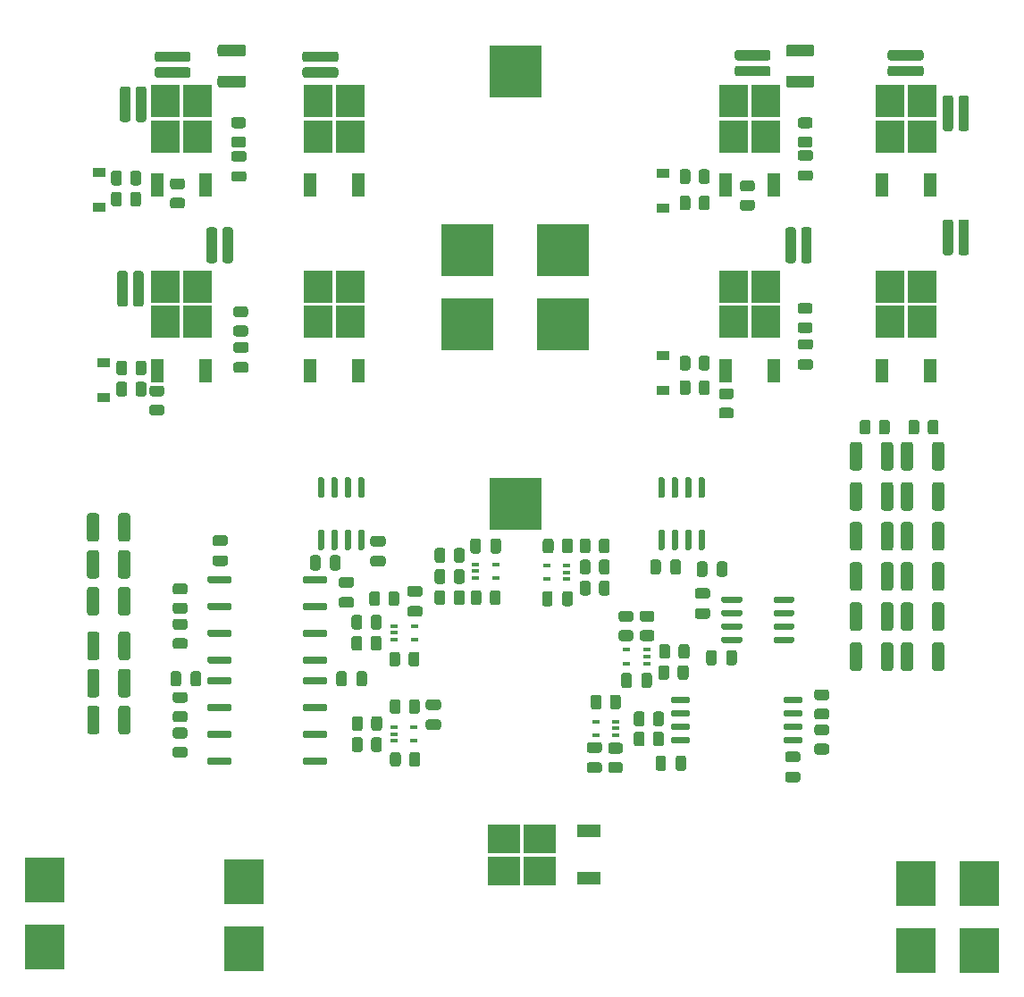
<source format=gtp>
G04 #@! TF.GenerationSoftware,KiCad,Pcbnew,5.1.7-a382d34a8~88~ubuntu20.04.1*
G04 #@! TF.CreationDate,2021-06-18T16:25:46+02:00*
G04 #@! TF.ProjectId,Power,506f7765-722e-46b6-9963-61645f706362,rev?*
G04 #@! TF.SameCoordinates,Original*
G04 #@! TF.FileFunction,Paste,Top*
G04 #@! TF.FilePolarity,Positive*
%FSLAX46Y46*%
G04 Gerber Fmt 4.6, Leading zero omitted, Abs format (unit mm)*
G04 Created by KiCad (PCBNEW 5.1.7-a382d34a8~88~ubuntu20.04.1) date 2021-06-18 16:25:46*
%MOMM*%
%LPD*%
G01*
G04 APERTURE LIST*
%ADD10R,3.810000X4.240000*%
%ADD11R,5.000000X5.000000*%
%ADD12R,3.050000X2.750000*%
%ADD13R,2.200000X1.200000*%
%ADD14R,0.650000X0.400000*%
%ADD15R,1.200000X0.900000*%
%ADD16R,2.750000X3.050000*%
%ADD17R,1.200000X2.200000*%
G04 APERTURE END LIST*
G04 #@! TO.C,U4*
G36*
G01*
X109505000Y-96450000D02*
X109805000Y-96450000D01*
G75*
G02*
X109955000Y-96600000I0J-150000D01*
G01*
X109955000Y-98250000D01*
G75*
G02*
X109805000Y-98400000I-150000J0D01*
G01*
X109505000Y-98400000D01*
G75*
G02*
X109355000Y-98250000I0J150000D01*
G01*
X109355000Y-96600000D01*
G75*
G02*
X109505000Y-96450000I150000J0D01*
G01*
G37*
G36*
G01*
X108235000Y-96450000D02*
X108535000Y-96450000D01*
G75*
G02*
X108685000Y-96600000I0J-150000D01*
G01*
X108685000Y-98250000D01*
G75*
G02*
X108535000Y-98400000I-150000J0D01*
G01*
X108235000Y-98400000D01*
G75*
G02*
X108085000Y-98250000I0J150000D01*
G01*
X108085000Y-96600000D01*
G75*
G02*
X108235000Y-96450000I150000J0D01*
G01*
G37*
G36*
G01*
X106965000Y-96450000D02*
X107265000Y-96450000D01*
G75*
G02*
X107415000Y-96600000I0J-150000D01*
G01*
X107415000Y-98250000D01*
G75*
G02*
X107265000Y-98400000I-150000J0D01*
G01*
X106965000Y-98400000D01*
G75*
G02*
X106815000Y-98250000I0J150000D01*
G01*
X106815000Y-96600000D01*
G75*
G02*
X106965000Y-96450000I150000J0D01*
G01*
G37*
G36*
G01*
X105695000Y-96450000D02*
X105995000Y-96450000D01*
G75*
G02*
X106145000Y-96600000I0J-150000D01*
G01*
X106145000Y-98250000D01*
G75*
G02*
X105995000Y-98400000I-150000J0D01*
G01*
X105695000Y-98400000D01*
G75*
G02*
X105545000Y-98250000I0J150000D01*
G01*
X105545000Y-96600000D01*
G75*
G02*
X105695000Y-96450000I150000J0D01*
G01*
G37*
G36*
G01*
X105695000Y-91500000D02*
X105995000Y-91500000D01*
G75*
G02*
X106145000Y-91650000I0J-150000D01*
G01*
X106145000Y-93300000D01*
G75*
G02*
X105995000Y-93450000I-150000J0D01*
G01*
X105695000Y-93450000D01*
G75*
G02*
X105545000Y-93300000I0J150000D01*
G01*
X105545000Y-91650000D01*
G75*
G02*
X105695000Y-91500000I150000J0D01*
G01*
G37*
G36*
G01*
X106965000Y-91500000D02*
X107265000Y-91500000D01*
G75*
G02*
X107415000Y-91650000I0J-150000D01*
G01*
X107415000Y-93300000D01*
G75*
G02*
X107265000Y-93450000I-150000J0D01*
G01*
X106965000Y-93450000D01*
G75*
G02*
X106815000Y-93300000I0J150000D01*
G01*
X106815000Y-91650000D01*
G75*
G02*
X106965000Y-91500000I150000J0D01*
G01*
G37*
G36*
G01*
X108235000Y-91500000D02*
X108535000Y-91500000D01*
G75*
G02*
X108685000Y-91650000I0J-150000D01*
G01*
X108685000Y-93300000D01*
G75*
G02*
X108535000Y-93450000I-150000J0D01*
G01*
X108235000Y-93450000D01*
G75*
G02*
X108085000Y-93300000I0J150000D01*
G01*
X108085000Y-91650000D01*
G75*
G02*
X108235000Y-91500000I150000J0D01*
G01*
G37*
G36*
G01*
X109505000Y-91500000D02*
X109805000Y-91500000D01*
G75*
G02*
X109955000Y-91650000I0J-150000D01*
G01*
X109955000Y-93300000D01*
G75*
G02*
X109805000Y-93450000I-150000J0D01*
G01*
X109505000Y-93450000D01*
G75*
G02*
X109355000Y-93300000I0J150000D01*
G01*
X109355000Y-91650000D01*
G75*
G02*
X109505000Y-91500000I150000J0D01*
G01*
G37*
G04 #@! TD*
G04 #@! TO.C,U1*
G36*
G01*
X77255000Y-96450000D02*
X77555000Y-96450000D01*
G75*
G02*
X77705000Y-96600000I0J-150000D01*
G01*
X77705000Y-98250000D01*
G75*
G02*
X77555000Y-98400000I-150000J0D01*
G01*
X77255000Y-98400000D01*
G75*
G02*
X77105000Y-98250000I0J150000D01*
G01*
X77105000Y-96600000D01*
G75*
G02*
X77255000Y-96450000I150000J0D01*
G01*
G37*
G36*
G01*
X75985000Y-96450000D02*
X76285000Y-96450000D01*
G75*
G02*
X76435000Y-96600000I0J-150000D01*
G01*
X76435000Y-98250000D01*
G75*
G02*
X76285000Y-98400000I-150000J0D01*
G01*
X75985000Y-98400000D01*
G75*
G02*
X75835000Y-98250000I0J150000D01*
G01*
X75835000Y-96600000D01*
G75*
G02*
X75985000Y-96450000I150000J0D01*
G01*
G37*
G36*
G01*
X74715000Y-96450000D02*
X75015000Y-96450000D01*
G75*
G02*
X75165000Y-96600000I0J-150000D01*
G01*
X75165000Y-98250000D01*
G75*
G02*
X75015000Y-98400000I-150000J0D01*
G01*
X74715000Y-98400000D01*
G75*
G02*
X74565000Y-98250000I0J150000D01*
G01*
X74565000Y-96600000D01*
G75*
G02*
X74715000Y-96450000I150000J0D01*
G01*
G37*
G36*
G01*
X73445000Y-96450000D02*
X73745000Y-96450000D01*
G75*
G02*
X73895000Y-96600000I0J-150000D01*
G01*
X73895000Y-98250000D01*
G75*
G02*
X73745000Y-98400000I-150000J0D01*
G01*
X73445000Y-98400000D01*
G75*
G02*
X73295000Y-98250000I0J150000D01*
G01*
X73295000Y-96600000D01*
G75*
G02*
X73445000Y-96450000I150000J0D01*
G01*
G37*
G36*
G01*
X73445000Y-91500000D02*
X73745000Y-91500000D01*
G75*
G02*
X73895000Y-91650000I0J-150000D01*
G01*
X73895000Y-93300000D01*
G75*
G02*
X73745000Y-93450000I-150000J0D01*
G01*
X73445000Y-93450000D01*
G75*
G02*
X73295000Y-93300000I0J150000D01*
G01*
X73295000Y-91650000D01*
G75*
G02*
X73445000Y-91500000I150000J0D01*
G01*
G37*
G36*
G01*
X74715000Y-91500000D02*
X75015000Y-91500000D01*
G75*
G02*
X75165000Y-91650000I0J-150000D01*
G01*
X75165000Y-93300000D01*
G75*
G02*
X75015000Y-93450000I-150000J0D01*
G01*
X74715000Y-93450000D01*
G75*
G02*
X74565000Y-93300000I0J150000D01*
G01*
X74565000Y-91650000D01*
G75*
G02*
X74715000Y-91500000I150000J0D01*
G01*
G37*
G36*
G01*
X75985000Y-91500000D02*
X76285000Y-91500000D01*
G75*
G02*
X76435000Y-91650000I0J-150000D01*
G01*
X76435000Y-93300000D01*
G75*
G02*
X76285000Y-93450000I-150000J0D01*
G01*
X75985000Y-93450000D01*
G75*
G02*
X75835000Y-93300000I0J150000D01*
G01*
X75835000Y-91650000D01*
G75*
G02*
X75985000Y-91500000I150000J0D01*
G01*
G37*
G36*
G01*
X77255000Y-91500000D02*
X77555000Y-91500000D01*
G75*
G02*
X77705000Y-91650000I0J-150000D01*
G01*
X77705000Y-93300000D01*
G75*
G02*
X77555000Y-93450000I-150000J0D01*
G01*
X77255000Y-93450000D01*
G75*
G02*
X77105000Y-93300000I0J150000D01*
G01*
X77105000Y-91650000D01*
G75*
G02*
X77255000Y-91500000I150000J0D01*
G01*
G37*
G04 #@! TD*
G04 #@! TO.C,U7*
G36*
G01*
X62800000Y-110952500D02*
X62800000Y-110627500D01*
G75*
G02*
X62962500Y-110465000I162500J0D01*
G01*
X64987500Y-110465000D01*
G75*
G02*
X65150000Y-110627500I0J-162500D01*
G01*
X65150000Y-110952500D01*
G75*
G02*
X64987500Y-111115000I-162500J0D01*
G01*
X62962500Y-111115000D01*
G75*
G02*
X62800000Y-110952500I0J162500D01*
G01*
G37*
G36*
G01*
X62800000Y-113492500D02*
X62800000Y-113167500D01*
G75*
G02*
X62962500Y-113005000I162500J0D01*
G01*
X64987500Y-113005000D01*
G75*
G02*
X65150000Y-113167500I0J-162500D01*
G01*
X65150000Y-113492500D01*
G75*
G02*
X64987500Y-113655000I-162500J0D01*
G01*
X62962500Y-113655000D01*
G75*
G02*
X62800000Y-113492500I0J162500D01*
G01*
G37*
G36*
G01*
X62800000Y-116032500D02*
X62800000Y-115707500D01*
G75*
G02*
X62962500Y-115545000I162500J0D01*
G01*
X64987500Y-115545000D01*
G75*
G02*
X65150000Y-115707500I0J-162500D01*
G01*
X65150000Y-116032500D01*
G75*
G02*
X64987500Y-116195000I-162500J0D01*
G01*
X62962500Y-116195000D01*
G75*
G02*
X62800000Y-116032500I0J162500D01*
G01*
G37*
G36*
G01*
X62800000Y-118572500D02*
X62800000Y-118247500D01*
G75*
G02*
X62962500Y-118085000I162500J0D01*
G01*
X64987500Y-118085000D01*
G75*
G02*
X65150000Y-118247500I0J-162500D01*
G01*
X65150000Y-118572500D01*
G75*
G02*
X64987500Y-118735000I-162500J0D01*
G01*
X62962500Y-118735000D01*
G75*
G02*
X62800000Y-118572500I0J162500D01*
G01*
G37*
G36*
G01*
X71850000Y-118572500D02*
X71850000Y-118247500D01*
G75*
G02*
X72012500Y-118085000I162500J0D01*
G01*
X74037500Y-118085000D01*
G75*
G02*
X74200000Y-118247500I0J-162500D01*
G01*
X74200000Y-118572500D01*
G75*
G02*
X74037500Y-118735000I-162500J0D01*
G01*
X72012500Y-118735000D01*
G75*
G02*
X71850000Y-118572500I0J162500D01*
G01*
G37*
G36*
G01*
X71850000Y-116032500D02*
X71850000Y-115707500D01*
G75*
G02*
X72012500Y-115545000I162500J0D01*
G01*
X74037500Y-115545000D01*
G75*
G02*
X74200000Y-115707500I0J-162500D01*
G01*
X74200000Y-116032500D01*
G75*
G02*
X74037500Y-116195000I-162500J0D01*
G01*
X72012500Y-116195000D01*
G75*
G02*
X71850000Y-116032500I0J162500D01*
G01*
G37*
G36*
G01*
X71850000Y-113492500D02*
X71850000Y-113167500D01*
G75*
G02*
X72012500Y-113005000I162500J0D01*
G01*
X74037500Y-113005000D01*
G75*
G02*
X74200000Y-113167500I0J-162500D01*
G01*
X74200000Y-113492500D01*
G75*
G02*
X74037500Y-113655000I-162500J0D01*
G01*
X72012500Y-113655000D01*
G75*
G02*
X71850000Y-113492500I0J162500D01*
G01*
G37*
G36*
G01*
X71850000Y-110952500D02*
X71850000Y-110627500D01*
G75*
G02*
X72012500Y-110465000I162500J0D01*
G01*
X74037500Y-110465000D01*
G75*
G02*
X74200000Y-110627500I0J-162500D01*
G01*
X74200000Y-110952500D01*
G75*
G02*
X74037500Y-111115000I-162500J0D01*
G01*
X72012500Y-111115000D01*
G75*
G02*
X71850000Y-110952500I0J162500D01*
G01*
G37*
G04 #@! TD*
G04 #@! TO.C,U6*
G36*
G01*
X62805001Y-101352500D02*
X62805001Y-101027500D01*
G75*
G02*
X62967501Y-100865000I162500J0D01*
G01*
X64992501Y-100865000D01*
G75*
G02*
X65155001Y-101027500I0J-162500D01*
G01*
X65155001Y-101352500D01*
G75*
G02*
X64992501Y-101515000I-162500J0D01*
G01*
X62967501Y-101515000D01*
G75*
G02*
X62805001Y-101352500I0J162500D01*
G01*
G37*
G36*
G01*
X62805001Y-103892500D02*
X62805001Y-103567500D01*
G75*
G02*
X62967501Y-103405000I162500J0D01*
G01*
X64992501Y-103405000D01*
G75*
G02*
X65155001Y-103567500I0J-162500D01*
G01*
X65155001Y-103892500D01*
G75*
G02*
X64992501Y-104055000I-162500J0D01*
G01*
X62967501Y-104055000D01*
G75*
G02*
X62805001Y-103892500I0J162500D01*
G01*
G37*
G36*
G01*
X62805001Y-106432500D02*
X62805001Y-106107500D01*
G75*
G02*
X62967501Y-105945000I162500J0D01*
G01*
X64992501Y-105945000D01*
G75*
G02*
X65155001Y-106107500I0J-162500D01*
G01*
X65155001Y-106432500D01*
G75*
G02*
X64992501Y-106595000I-162500J0D01*
G01*
X62967501Y-106595000D01*
G75*
G02*
X62805001Y-106432500I0J162500D01*
G01*
G37*
G36*
G01*
X62805001Y-108972500D02*
X62805001Y-108647500D01*
G75*
G02*
X62967501Y-108485000I162500J0D01*
G01*
X64992501Y-108485000D01*
G75*
G02*
X65155001Y-108647500I0J-162500D01*
G01*
X65155001Y-108972500D01*
G75*
G02*
X64992501Y-109135000I-162500J0D01*
G01*
X62967501Y-109135000D01*
G75*
G02*
X62805001Y-108972500I0J162500D01*
G01*
G37*
G36*
G01*
X71855001Y-108972500D02*
X71855001Y-108647500D01*
G75*
G02*
X72017501Y-108485000I162500J0D01*
G01*
X74042501Y-108485000D01*
G75*
G02*
X74205001Y-108647500I0J-162500D01*
G01*
X74205001Y-108972500D01*
G75*
G02*
X74042501Y-109135000I-162500J0D01*
G01*
X72017501Y-109135000D01*
G75*
G02*
X71855001Y-108972500I0J162500D01*
G01*
G37*
G36*
G01*
X71855001Y-106432500D02*
X71855001Y-106107500D01*
G75*
G02*
X72017501Y-105945000I162500J0D01*
G01*
X74042501Y-105945000D01*
G75*
G02*
X74205001Y-106107500I0J-162500D01*
G01*
X74205001Y-106432500D01*
G75*
G02*
X74042501Y-106595000I-162500J0D01*
G01*
X72017501Y-106595000D01*
G75*
G02*
X71855001Y-106432500I0J162500D01*
G01*
G37*
G36*
G01*
X71855001Y-103892500D02*
X71855001Y-103567500D01*
G75*
G02*
X72017501Y-103405000I162500J0D01*
G01*
X74042501Y-103405000D01*
G75*
G02*
X74205001Y-103567500I0J-162500D01*
G01*
X74205001Y-103892500D01*
G75*
G02*
X74042501Y-104055000I-162500J0D01*
G01*
X72017501Y-104055000D01*
G75*
G02*
X71855001Y-103892500I0J162500D01*
G01*
G37*
G36*
G01*
X71855001Y-101352500D02*
X71855001Y-101027500D01*
G75*
G02*
X72017501Y-100865000I162500J0D01*
G01*
X74042501Y-100865000D01*
G75*
G02*
X74205001Y-101027500I0J-162500D01*
G01*
X74205001Y-101352500D01*
G75*
G02*
X74042501Y-101515000I-162500J0D01*
G01*
X72017501Y-101515000D01*
G75*
G02*
X71855001Y-101352500I0J162500D01*
G01*
G37*
G04 #@! TD*
D10*
G04 #@! TO.C,F4*
X136000000Y-130000000D03*
X136000000Y-136380000D03*
G04 #@! TD*
G04 #@! TO.C,F3*
X66300000Y-136190000D03*
X66300000Y-129810000D03*
G04 #@! TD*
G04 #@! TO.C,F2*
X47400000Y-136000000D03*
X47400000Y-129620000D03*
G04 #@! TD*
G04 #@! TO.C,F1*
X130000000Y-130000000D03*
X130000000Y-136380000D03*
G04 #@! TD*
G04 #@! TO.C,U5*
G36*
G01*
X108575000Y-116255000D02*
X108575000Y-116555000D01*
G75*
G02*
X108425000Y-116705000I-150000J0D01*
G01*
X106925000Y-116705000D01*
G75*
G02*
X106775000Y-116555000I0J150000D01*
G01*
X106775000Y-116255000D01*
G75*
G02*
X106925000Y-116105000I150000J0D01*
G01*
X108425000Y-116105000D01*
G75*
G02*
X108575000Y-116255000I0J-150000D01*
G01*
G37*
G36*
G01*
X108575000Y-114985000D02*
X108575000Y-115285000D01*
G75*
G02*
X108425000Y-115435000I-150000J0D01*
G01*
X106925000Y-115435000D01*
G75*
G02*
X106775000Y-115285000I0J150000D01*
G01*
X106775000Y-114985000D01*
G75*
G02*
X106925000Y-114835000I150000J0D01*
G01*
X108425000Y-114835000D01*
G75*
G02*
X108575000Y-114985000I0J-150000D01*
G01*
G37*
G36*
G01*
X108575000Y-113715000D02*
X108575000Y-114015000D01*
G75*
G02*
X108425000Y-114165000I-150000J0D01*
G01*
X106925000Y-114165000D01*
G75*
G02*
X106775000Y-114015000I0J150000D01*
G01*
X106775000Y-113715000D01*
G75*
G02*
X106925000Y-113565000I150000J0D01*
G01*
X108425000Y-113565000D01*
G75*
G02*
X108575000Y-113715000I0J-150000D01*
G01*
G37*
G36*
G01*
X108575000Y-112445000D02*
X108575000Y-112745000D01*
G75*
G02*
X108425000Y-112895000I-150000J0D01*
G01*
X106925000Y-112895000D01*
G75*
G02*
X106775000Y-112745000I0J150000D01*
G01*
X106775000Y-112445000D01*
G75*
G02*
X106925000Y-112295000I150000J0D01*
G01*
X108425000Y-112295000D01*
G75*
G02*
X108575000Y-112445000I0J-150000D01*
G01*
G37*
G36*
G01*
X119225000Y-112445000D02*
X119225000Y-112745000D01*
G75*
G02*
X119075000Y-112895000I-150000J0D01*
G01*
X117575000Y-112895000D01*
G75*
G02*
X117425000Y-112745000I0J150000D01*
G01*
X117425000Y-112445000D01*
G75*
G02*
X117575000Y-112295000I150000J0D01*
G01*
X119075000Y-112295000D01*
G75*
G02*
X119225000Y-112445000I0J-150000D01*
G01*
G37*
G36*
G01*
X119225000Y-113715000D02*
X119225000Y-114015000D01*
G75*
G02*
X119075000Y-114165000I-150000J0D01*
G01*
X117575000Y-114165000D01*
G75*
G02*
X117425000Y-114015000I0J150000D01*
G01*
X117425000Y-113715000D01*
G75*
G02*
X117575000Y-113565000I150000J0D01*
G01*
X119075000Y-113565000D01*
G75*
G02*
X119225000Y-113715000I0J-150000D01*
G01*
G37*
G36*
G01*
X119225000Y-114985000D02*
X119225000Y-115285000D01*
G75*
G02*
X119075000Y-115435000I-150000J0D01*
G01*
X117575000Y-115435000D01*
G75*
G02*
X117425000Y-115285000I0J150000D01*
G01*
X117425000Y-114985000D01*
G75*
G02*
X117575000Y-114835000I150000J0D01*
G01*
X119075000Y-114835000D01*
G75*
G02*
X119225000Y-114985000I0J-150000D01*
G01*
G37*
G36*
G01*
X119225000Y-116255000D02*
X119225000Y-116555000D01*
G75*
G02*
X119075000Y-116705000I-150000J0D01*
G01*
X117575000Y-116705000D01*
G75*
G02*
X117425000Y-116555000I0J150000D01*
G01*
X117425000Y-116255000D01*
G75*
G02*
X117575000Y-116105000I150000J0D01*
G01*
X119075000Y-116105000D01*
G75*
G02*
X119225000Y-116255000I0J-150000D01*
G01*
G37*
G04 #@! TD*
D11*
G04 #@! TO.C,L1*
X87500000Y-70000000D03*
X96500000Y-70000000D03*
X92000000Y-53000000D03*
G04 #@! TD*
G04 #@! TO.C,L2*
X96500000Y-77000000D03*
X87500000Y-77000000D03*
X92000000Y-94000000D03*
G04 #@! TD*
G04 #@! TO.C,JP10*
G36*
G01*
X119100000Y-70950000D02*
X119100000Y-68050000D01*
G75*
G02*
X119350000Y-67800000I250000J0D01*
G01*
X119850000Y-67800000D01*
G75*
G02*
X120100000Y-68050000I0J-250000D01*
G01*
X120100000Y-70950000D01*
G75*
G02*
X119850000Y-71200000I-250000J0D01*
G01*
X119350000Y-71200000D01*
G75*
G02*
X119100000Y-70950000I0J250000D01*
G01*
G37*
G36*
G01*
X117600000Y-70950000D02*
X117600000Y-68050000D01*
G75*
G02*
X117850000Y-67800000I250000J0D01*
G01*
X118350000Y-67800000D01*
G75*
G02*
X118600000Y-68050000I0J-250000D01*
G01*
X118600000Y-70950000D01*
G75*
G02*
X118350000Y-71200000I-250000J0D01*
G01*
X117850000Y-71200000D01*
G75*
G02*
X117600000Y-70950000I0J250000D01*
G01*
G37*
G04 #@! TD*
G04 #@! TO.C,JP9*
G36*
G01*
X64250000Y-70950000D02*
X64250000Y-68050000D01*
G75*
G02*
X64500000Y-67800000I250000J0D01*
G01*
X65000000Y-67800000D01*
G75*
G02*
X65250000Y-68050000I0J-250000D01*
G01*
X65250000Y-70950000D01*
G75*
G02*
X65000000Y-71200000I-250000J0D01*
G01*
X64500000Y-71200000D01*
G75*
G02*
X64250000Y-70950000I0J250000D01*
G01*
G37*
G36*
G01*
X62750000Y-70950000D02*
X62750000Y-68050000D01*
G75*
G02*
X63000000Y-67800000I250000J0D01*
G01*
X63500000Y-67800000D01*
G75*
G02*
X63750000Y-68050000I0J-250000D01*
G01*
X63750000Y-70950000D01*
G75*
G02*
X63500000Y-71200000I-250000J0D01*
G01*
X63000000Y-71200000D01*
G75*
G02*
X62750000Y-70950000I0J250000D01*
G01*
G37*
G04 #@! TD*
G04 #@! TO.C,JP8*
G36*
G01*
X134000000Y-58450000D02*
X134000000Y-55550000D01*
G75*
G02*
X134250000Y-55300000I250000J0D01*
G01*
X134750000Y-55300000D01*
G75*
G02*
X135000000Y-55550000I0J-250000D01*
G01*
X135000000Y-58450000D01*
G75*
G02*
X134750000Y-58700000I-250000J0D01*
G01*
X134250000Y-58700000D01*
G75*
G02*
X134000000Y-58450000I0J250000D01*
G01*
G37*
G36*
G01*
X132500000Y-58450000D02*
X132500000Y-55550000D01*
G75*
G02*
X132750000Y-55300000I250000J0D01*
G01*
X133250000Y-55300000D01*
G75*
G02*
X133500000Y-55550000I0J-250000D01*
G01*
X133500000Y-58450000D01*
G75*
G02*
X133250000Y-58700000I-250000J0D01*
G01*
X132750000Y-58700000D01*
G75*
G02*
X132500000Y-58450000I0J250000D01*
G01*
G37*
G04 #@! TD*
G04 #@! TO.C,JP7*
G36*
G01*
X130450000Y-52000000D02*
X127550000Y-52000000D01*
G75*
G02*
X127300000Y-51750000I0J250000D01*
G01*
X127300000Y-51250000D01*
G75*
G02*
X127550000Y-51000000I250000J0D01*
G01*
X130450000Y-51000000D01*
G75*
G02*
X130700000Y-51250000I0J-250000D01*
G01*
X130700000Y-51750000D01*
G75*
G02*
X130450000Y-52000000I-250000J0D01*
G01*
G37*
G36*
G01*
X130450000Y-53500000D02*
X127550000Y-53500000D01*
G75*
G02*
X127300000Y-53250000I0J250000D01*
G01*
X127300000Y-52750000D01*
G75*
G02*
X127550000Y-52500000I250000J0D01*
G01*
X130450000Y-52500000D01*
G75*
G02*
X130700000Y-52750000I0J-250000D01*
G01*
X130700000Y-53250000D01*
G75*
G02*
X130450000Y-53500000I-250000J0D01*
G01*
G37*
G04 #@! TD*
G04 #@! TO.C,C38*
G36*
G01*
X99025000Y-118500000D02*
X99975000Y-118500000D01*
G75*
G02*
X100225000Y-118750000I0J-250000D01*
G01*
X100225000Y-119250000D01*
G75*
G02*
X99975000Y-119500000I-250000J0D01*
G01*
X99025000Y-119500000D01*
G75*
G02*
X98775000Y-119250000I0J250000D01*
G01*
X98775000Y-118750000D01*
G75*
G02*
X99025000Y-118500000I250000J0D01*
G01*
G37*
G36*
G01*
X99025000Y-116600000D02*
X99975000Y-116600000D01*
G75*
G02*
X100225000Y-116850000I0J-250000D01*
G01*
X100225000Y-117350000D01*
G75*
G02*
X99975000Y-117600000I-250000J0D01*
G01*
X99025000Y-117600000D01*
G75*
G02*
X98775000Y-117350000I0J250000D01*
G01*
X98775000Y-116850000D01*
G75*
G02*
X99025000Y-116600000I250000J0D01*
G01*
G37*
G04 #@! TD*
G04 #@! TO.C,C34*
G36*
G01*
X82975000Y-102800000D02*
X82025000Y-102800000D01*
G75*
G02*
X81775000Y-102550000I0J250000D01*
G01*
X81775000Y-102050000D01*
G75*
G02*
X82025000Y-101800000I250000J0D01*
G01*
X82975000Y-101800000D01*
G75*
G02*
X83225000Y-102050000I0J-250000D01*
G01*
X83225000Y-102550000D01*
G75*
G02*
X82975000Y-102800000I-250000J0D01*
G01*
G37*
G36*
G01*
X82975000Y-104700000D02*
X82025000Y-104700000D01*
G75*
G02*
X81775000Y-104450000I0J250000D01*
G01*
X81775000Y-103950000D01*
G75*
G02*
X82025000Y-103700000I250000J0D01*
G01*
X82975000Y-103700000D01*
G75*
G02*
X83225000Y-103950000I0J-250000D01*
G01*
X83225000Y-104450000D01*
G75*
G02*
X82975000Y-104700000I-250000J0D01*
G01*
G37*
G04 #@! TD*
G04 #@! TO.C,C33*
G36*
G01*
X84725000Y-113550000D02*
X83775000Y-113550000D01*
G75*
G02*
X83525000Y-113300000I0J250000D01*
G01*
X83525000Y-112800000D01*
G75*
G02*
X83775000Y-112550000I250000J0D01*
G01*
X84725000Y-112550000D01*
G75*
G02*
X84975000Y-112800000I0J-250000D01*
G01*
X84975000Y-113300000D01*
G75*
G02*
X84725000Y-113550000I-250000J0D01*
G01*
G37*
G36*
G01*
X84725000Y-115450000D02*
X83775000Y-115450000D01*
G75*
G02*
X83525000Y-115200000I0J250000D01*
G01*
X83525000Y-114700000D01*
G75*
G02*
X83775000Y-114450000I250000J0D01*
G01*
X84725000Y-114450000D01*
G75*
G02*
X84975000Y-114700000I0J-250000D01*
G01*
X84975000Y-115200000D01*
G75*
G02*
X84725000Y-115450000I-250000J0D01*
G01*
G37*
G04 #@! TD*
G04 #@! TO.C,C32*
G36*
G01*
X103950000Y-111225000D02*
X103950000Y-110275000D01*
G75*
G02*
X104200000Y-110025000I250000J0D01*
G01*
X104700000Y-110025000D01*
G75*
G02*
X104950000Y-110275000I0J-250000D01*
G01*
X104950000Y-111225000D01*
G75*
G02*
X104700000Y-111475000I-250000J0D01*
G01*
X104200000Y-111475000D01*
G75*
G02*
X103950000Y-111225000I0J250000D01*
G01*
G37*
G36*
G01*
X102050000Y-111225000D02*
X102050000Y-110275000D01*
G75*
G02*
X102300000Y-110025000I250000J0D01*
G01*
X102800000Y-110025000D01*
G75*
G02*
X103050000Y-110275000I0J-250000D01*
G01*
X103050000Y-111225000D01*
G75*
G02*
X102800000Y-111475000I-250000J0D01*
G01*
X102300000Y-111475000D01*
G75*
G02*
X102050000Y-111225000I0J250000D01*
G01*
G37*
G04 #@! TD*
G04 #@! TO.C,C31*
G36*
G01*
X96450000Y-103475000D02*
X96450000Y-102525000D01*
G75*
G02*
X96700000Y-102275000I250000J0D01*
G01*
X97200000Y-102275000D01*
G75*
G02*
X97450000Y-102525000I0J-250000D01*
G01*
X97450000Y-103475000D01*
G75*
G02*
X97200000Y-103725000I-250000J0D01*
G01*
X96700000Y-103725000D01*
G75*
G02*
X96450000Y-103475000I0J250000D01*
G01*
G37*
G36*
G01*
X94550000Y-103475000D02*
X94550000Y-102525000D01*
G75*
G02*
X94800000Y-102275000I250000J0D01*
G01*
X95300000Y-102275000D01*
G75*
G02*
X95550000Y-102525000I0J-250000D01*
G01*
X95550000Y-103475000D01*
G75*
G02*
X95300000Y-103725000I-250000J0D01*
G01*
X94800000Y-103725000D01*
G75*
G02*
X94550000Y-103475000I0J250000D01*
G01*
G37*
G04 #@! TD*
G04 #@! TO.C,C30*
G36*
G01*
X88750000Y-97525000D02*
X88750000Y-98475000D01*
G75*
G02*
X88500000Y-98725000I-250000J0D01*
G01*
X88000000Y-98725000D01*
G75*
G02*
X87750000Y-98475000I0J250000D01*
G01*
X87750000Y-97525000D01*
G75*
G02*
X88000000Y-97275000I250000J0D01*
G01*
X88500000Y-97275000D01*
G75*
G02*
X88750000Y-97525000I0J-250000D01*
G01*
G37*
G36*
G01*
X90650000Y-97525000D02*
X90650000Y-98475000D01*
G75*
G02*
X90400000Y-98725000I-250000J0D01*
G01*
X89900000Y-98725000D01*
G75*
G02*
X89650000Y-98475000I0J250000D01*
G01*
X89650000Y-97525000D01*
G75*
G02*
X89900000Y-97275000I250000J0D01*
G01*
X90400000Y-97275000D01*
G75*
G02*
X90650000Y-97525000I0J-250000D01*
G01*
G37*
G04 #@! TD*
D12*
G04 #@! TO.C,Q3*
X94325000Y-125725000D03*
X90975000Y-128775000D03*
X94325000Y-128775000D03*
X90975000Y-125725000D03*
D13*
X98950000Y-124970000D03*
X98950000Y-129530000D03*
G04 #@! TD*
D14*
G04 #@! TO.C,U13*
X102550000Y-109150000D03*
X102550000Y-107850000D03*
X104450000Y-108500000D03*
X104450000Y-107850000D03*
X104450000Y-109150000D03*
G04 #@! TD*
G04 #@! TO.C,U3*
G36*
G01*
X113500000Y-106755000D02*
X113500000Y-107055000D01*
G75*
G02*
X113350000Y-107205000I-150000J0D01*
G01*
X111700000Y-107205000D01*
G75*
G02*
X111550000Y-107055000I0J150000D01*
G01*
X111550000Y-106755000D01*
G75*
G02*
X111700000Y-106605000I150000J0D01*
G01*
X113350000Y-106605000D01*
G75*
G02*
X113500000Y-106755000I0J-150000D01*
G01*
G37*
G36*
G01*
X113500000Y-105485000D02*
X113500000Y-105785000D01*
G75*
G02*
X113350000Y-105935000I-150000J0D01*
G01*
X111700000Y-105935000D01*
G75*
G02*
X111550000Y-105785000I0J150000D01*
G01*
X111550000Y-105485000D01*
G75*
G02*
X111700000Y-105335000I150000J0D01*
G01*
X113350000Y-105335000D01*
G75*
G02*
X113500000Y-105485000I0J-150000D01*
G01*
G37*
G36*
G01*
X113500000Y-104215000D02*
X113500000Y-104515000D01*
G75*
G02*
X113350000Y-104665000I-150000J0D01*
G01*
X111700000Y-104665000D01*
G75*
G02*
X111550000Y-104515000I0J150000D01*
G01*
X111550000Y-104215000D01*
G75*
G02*
X111700000Y-104065000I150000J0D01*
G01*
X113350000Y-104065000D01*
G75*
G02*
X113500000Y-104215000I0J-150000D01*
G01*
G37*
G36*
G01*
X113500000Y-102945000D02*
X113500000Y-103245000D01*
G75*
G02*
X113350000Y-103395000I-150000J0D01*
G01*
X111700000Y-103395000D01*
G75*
G02*
X111550000Y-103245000I0J150000D01*
G01*
X111550000Y-102945000D01*
G75*
G02*
X111700000Y-102795000I150000J0D01*
G01*
X113350000Y-102795000D01*
G75*
G02*
X113500000Y-102945000I0J-150000D01*
G01*
G37*
G36*
G01*
X118450000Y-102945000D02*
X118450000Y-103245000D01*
G75*
G02*
X118300000Y-103395000I-150000J0D01*
G01*
X116650000Y-103395000D01*
G75*
G02*
X116500000Y-103245000I0J150000D01*
G01*
X116500000Y-102945000D01*
G75*
G02*
X116650000Y-102795000I150000J0D01*
G01*
X118300000Y-102795000D01*
G75*
G02*
X118450000Y-102945000I0J-150000D01*
G01*
G37*
G36*
G01*
X118450000Y-104215000D02*
X118450000Y-104515000D01*
G75*
G02*
X118300000Y-104665000I-150000J0D01*
G01*
X116650000Y-104665000D01*
G75*
G02*
X116500000Y-104515000I0J150000D01*
G01*
X116500000Y-104215000D01*
G75*
G02*
X116650000Y-104065000I150000J0D01*
G01*
X118300000Y-104065000D01*
G75*
G02*
X118450000Y-104215000I0J-150000D01*
G01*
G37*
G36*
G01*
X118450000Y-105485000D02*
X118450000Y-105785000D01*
G75*
G02*
X118300000Y-105935000I-150000J0D01*
G01*
X116650000Y-105935000D01*
G75*
G02*
X116500000Y-105785000I0J150000D01*
G01*
X116500000Y-105485000D01*
G75*
G02*
X116650000Y-105335000I150000J0D01*
G01*
X118300000Y-105335000D01*
G75*
G02*
X118450000Y-105485000I0J-150000D01*
G01*
G37*
G36*
G01*
X118450000Y-106755000D02*
X118450000Y-107055000D01*
G75*
G02*
X118300000Y-107205000I-150000J0D01*
G01*
X116650000Y-107205000D01*
G75*
G02*
X116500000Y-107055000I0J150000D01*
G01*
X116500000Y-106755000D01*
G75*
G02*
X116650000Y-106605000I150000J0D01*
G01*
X118300000Y-106605000D01*
G75*
G02*
X118450000Y-106755000I0J-150000D01*
G01*
G37*
G04 #@! TD*
G04 #@! TO.C,R30*
G36*
G01*
X102950001Y-105187500D02*
X102049999Y-105187500D01*
G75*
G02*
X101800000Y-104937501I0J249999D01*
G01*
X101800000Y-104412499D01*
G75*
G02*
X102049999Y-104162500I249999J0D01*
G01*
X102950001Y-104162500D01*
G75*
G02*
X103200000Y-104412499I0J-249999D01*
G01*
X103200000Y-104937501D01*
G75*
G02*
X102950001Y-105187500I-249999J0D01*
G01*
G37*
G36*
G01*
X102950001Y-107012500D02*
X102049999Y-107012500D01*
G75*
G02*
X101800000Y-106762501I0J249999D01*
G01*
X101800000Y-106237499D01*
G75*
G02*
X102049999Y-105987500I249999J0D01*
G01*
X102950001Y-105987500D01*
G75*
G02*
X103200000Y-106237499I0J-249999D01*
G01*
X103200000Y-106762501D01*
G75*
G02*
X102950001Y-107012500I-249999J0D01*
G01*
G37*
G04 #@! TD*
G04 #@! TO.C,R25*
G36*
G01*
X107400000Y-110450001D02*
X107400000Y-109549999D01*
G75*
G02*
X107649999Y-109300000I249999J0D01*
G01*
X108175001Y-109300000D01*
G75*
G02*
X108425000Y-109549999I0J-249999D01*
G01*
X108425000Y-110450001D01*
G75*
G02*
X108175001Y-110700000I-249999J0D01*
G01*
X107649999Y-110700000D01*
G75*
G02*
X107400000Y-110450001I0J249999D01*
G01*
G37*
G36*
G01*
X105575000Y-110450001D02*
X105575000Y-109549999D01*
G75*
G02*
X105824999Y-109300000I249999J0D01*
G01*
X106350001Y-109300000D01*
G75*
G02*
X106600000Y-109549999I0J-249999D01*
G01*
X106600000Y-110450001D01*
G75*
G02*
X106350001Y-110700000I-249999J0D01*
G01*
X105824999Y-110700000D01*
G75*
G02*
X105575000Y-110450001I0J249999D01*
G01*
G37*
G04 #@! TD*
G04 #@! TO.C,R22*
G36*
G01*
X104049999Y-105987500D02*
X104950001Y-105987500D01*
G75*
G02*
X105200000Y-106237499I0J-249999D01*
G01*
X105200000Y-106762501D01*
G75*
G02*
X104950001Y-107012500I-249999J0D01*
G01*
X104049999Y-107012500D01*
G75*
G02*
X103800000Y-106762501I0J249999D01*
G01*
X103800000Y-106237499D01*
G75*
G02*
X104049999Y-105987500I249999J0D01*
G01*
G37*
G36*
G01*
X104049999Y-104162500D02*
X104950001Y-104162500D01*
G75*
G02*
X105200000Y-104412499I0J-249999D01*
G01*
X105200000Y-104937501D01*
G75*
G02*
X104950001Y-105187500I-249999J0D01*
G01*
X104049999Y-105187500D01*
G75*
G02*
X103800000Y-104937501I0J249999D01*
G01*
X103800000Y-104412499D01*
G75*
G02*
X104049999Y-104162500I249999J0D01*
G01*
G37*
G04 #@! TD*
G04 #@! TO.C,R21*
G36*
G01*
X106687500Y-107549999D02*
X106687500Y-108450001D01*
G75*
G02*
X106437501Y-108700000I-249999J0D01*
G01*
X105912499Y-108700000D01*
G75*
G02*
X105662500Y-108450001I0J249999D01*
G01*
X105662500Y-107549999D01*
G75*
G02*
X105912499Y-107300000I249999J0D01*
G01*
X106437501Y-107300000D01*
G75*
G02*
X106687500Y-107549999I0J-249999D01*
G01*
G37*
G36*
G01*
X108512500Y-107549999D02*
X108512500Y-108450001D01*
G75*
G02*
X108262501Y-108700000I-249999J0D01*
G01*
X107737499Y-108700000D01*
G75*
G02*
X107487500Y-108450001I0J249999D01*
G01*
X107487500Y-107549999D01*
G75*
G02*
X107737499Y-107300000I249999J0D01*
G01*
X108262501Y-107300000D01*
G75*
G02*
X108512500Y-107549999I0J-249999D01*
G01*
G37*
G04 #@! TD*
G04 #@! TO.C,C5*
G36*
G01*
X109275000Y-103900000D02*
X110225000Y-103900000D01*
G75*
G02*
X110475000Y-104150000I0J-250000D01*
G01*
X110475000Y-104650000D01*
G75*
G02*
X110225000Y-104900000I-250000J0D01*
G01*
X109275000Y-104900000D01*
G75*
G02*
X109025000Y-104650000I0J250000D01*
G01*
X109025000Y-104150000D01*
G75*
G02*
X109275000Y-103900000I250000J0D01*
G01*
G37*
G36*
G01*
X109275000Y-102000000D02*
X110225000Y-102000000D01*
G75*
G02*
X110475000Y-102250000I0J-250000D01*
G01*
X110475000Y-102750000D01*
G75*
G02*
X110225000Y-103000000I-250000J0D01*
G01*
X109275000Y-103000000D01*
G75*
G02*
X109025000Y-102750000I0J250000D01*
G01*
X109025000Y-102250000D01*
G75*
G02*
X109275000Y-102000000I250000J0D01*
G01*
G37*
G04 #@! TD*
G04 #@! TO.C,C4*
G36*
G01*
X112000000Y-109075000D02*
X112000000Y-108125000D01*
G75*
G02*
X112250000Y-107875000I250000J0D01*
G01*
X112750000Y-107875000D01*
G75*
G02*
X113000000Y-108125000I0J-250000D01*
G01*
X113000000Y-109075000D01*
G75*
G02*
X112750000Y-109325000I-250000J0D01*
G01*
X112250000Y-109325000D01*
G75*
G02*
X112000000Y-109075000I0J250000D01*
G01*
G37*
G36*
G01*
X110100000Y-109075000D02*
X110100000Y-108125000D01*
G75*
G02*
X110350000Y-107875000I250000J0D01*
G01*
X110850000Y-107875000D01*
G75*
G02*
X111100000Y-108125000I0J-250000D01*
G01*
X111100000Y-109075000D01*
G75*
G02*
X110850000Y-109325000I-250000J0D01*
G01*
X110350000Y-109325000D01*
G75*
G02*
X110100000Y-109075000I0J250000D01*
G01*
G37*
G04 #@! TD*
G04 #@! TO.C,R27*
G36*
G01*
X85387500Y-98449999D02*
X85387500Y-99350001D01*
G75*
G02*
X85137501Y-99600000I-249999J0D01*
G01*
X84612499Y-99600000D01*
G75*
G02*
X84362500Y-99350001I0J249999D01*
G01*
X84362500Y-98449999D01*
G75*
G02*
X84612499Y-98200000I249999J0D01*
G01*
X85137501Y-98200000D01*
G75*
G02*
X85387500Y-98449999I0J-249999D01*
G01*
G37*
G36*
G01*
X87212500Y-98449999D02*
X87212500Y-99350001D01*
G75*
G02*
X86962501Y-99600000I-249999J0D01*
G01*
X86437499Y-99600000D01*
G75*
G02*
X86187500Y-99350001I0J249999D01*
G01*
X86187500Y-98449999D01*
G75*
G02*
X86437499Y-98200000I249999J0D01*
G01*
X86962501Y-98200000D01*
G75*
G02*
X87212500Y-98449999I0J-249999D01*
G01*
G37*
G04 #@! TD*
G04 #@! TO.C,R29*
G36*
G01*
X89600000Y-103350001D02*
X89600000Y-102449999D01*
G75*
G02*
X89849999Y-102200000I249999J0D01*
G01*
X90375001Y-102200000D01*
G75*
G02*
X90625000Y-102449999I0J-249999D01*
G01*
X90625000Y-103350001D01*
G75*
G02*
X90375001Y-103600000I-249999J0D01*
G01*
X89849999Y-103600000D01*
G75*
G02*
X89600000Y-103350001I0J249999D01*
G01*
G37*
G36*
G01*
X87775000Y-103350001D02*
X87775000Y-102449999D01*
G75*
G02*
X88024999Y-102200000I249999J0D01*
G01*
X88550001Y-102200000D01*
G75*
G02*
X88800000Y-102449999I0J-249999D01*
G01*
X88800000Y-103350001D01*
G75*
G02*
X88550001Y-103600000I-249999J0D01*
G01*
X88024999Y-103600000D01*
G75*
G02*
X87775000Y-103350001I0J249999D01*
G01*
G37*
G04 #@! TD*
G04 #@! TO.C,U12*
X90150000Y-99750000D03*
X90150000Y-101050000D03*
X88250000Y-100400000D03*
X88250000Y-101050000D03*
X88250000Y-99750000D03*
G04 #@! TD*
G04 #@! TO.C,U11*
X95000000Y-101150000D03*
X95000000Y-99850000D03*
X96900000Y-100500000D03*
X96900000Y-99850000D03*
X96900000Y-101150000D03*
G04 #@! TD*
G04 #@! TO.C,R28*
G36*
G01*
X95637500Y-97549999D02*
X95637500Y-98450001D01*
G75*
G02*
X95387501Y-98700000I-249999J0D01*
G01*
X94862499Y-98700000D01*
G75*
G02*
X94612500Y-98450001I0J249999D01*
G01*
X94612500Y-97549999D01*
G75*
G02*
X94862499Y-97300000I249999J0D01*
G01*
X95387501Y-97300000D01*
G75*
G02*
X95637500Y-97549999I0J-249999D01*
G01*
G37*
G36*
G01*
X97462500Y-97549999D02*
X97462500Y-98450001D01*
G75*
G02*
X97212501Y-98700000I-249999J0D01*
G01*
X96687499Y-98700000D01*
G75*
G02*
X96437500Y-98450001I0J249999D01*
G01*
X96437500Y-97549999D01*
G75*
G02*
X96687499Y-97300000I249999J0D01*
G01*
X97212501Y-97300000D01*
G75*
G02*
X97462500Y-97549999I0J-249999D01*
G01*
G37*
G04 #@! TD*
G04 #@! TO.C,R26*
G36*
G01*
X99937500Y-102450001D02*
X99937500Y-101549999D01*
G75*
G02*
X100187499Y-101300000I249999J0D01*
G01*
X100712501Y-101300000D01*
G75*
G02*
X100962500Y-101549999I0J-249999D01*
G01*
X100962500Y-102450001D01*
G75*
G02*
X100712501Y-102700000I-249999J0D01*
G01*
X100187499Y-102700000D01*
G75*
G02*
X99937500Y-102450001I0J249999D01*
G01*
G37*
G36*
G01*
X98112500Y-102450001D02*
X98112500Y-101549999D01*
G75*
G02*
X98362499Y-101300000I249999J0D01*
G01*
X98887501Y-101300000D01*
G75*
G02*
X99137500Y-101549999I0J-249999D01*
G01*
X99137500Y-102450001D01*
G75*
G02*
X98887501Y-102700000I-249999J0D01*
G01*
X98362499Y-102700000D01*
G75*
G02*
X98112500Y-102450001I0J249999D01*
G01*
G37*
G04 #@! TD*
G04 #@! TO.C,R24*
G36*
G01*
X99137500Y-97549999D02*
X99137500Y-98450001D01*
G75*
G02*
X98887501Y-98700000I-249999J0D01*
G01*
X98362499Y-98700000D01*
G75*
G02*
X98112500Y-98450001I0J249999D01*
G01*
X98112500Y-97549999D01*
G75*
G02*
X98362499Y-97300000I249999J0D01*
G01*
X98887501Y-97300000D01*
G75*
G02*
X99137500Y-97549999I0J-249999D01*
G01*
G37*
G36*
G01*
X100962500Y-97549999D02*
X100962500Y-98450001D01*
G75*
G02*
X100712501Y-98700000I-249999J0D01*
G01*
X100187499Y-98700000D01*
G75*
G02*
X99937500Y-98450001I0J249999D01*
G01*
X99937500Y-97549999D01*
G75*
G02*
X100187499Y-97300000I249999J0D01*
G01*
X100712501Y-97300000D01*
G75*
G02*
X100962500Y-97549999I0J-249999D01*
G01*
G37*
G04 #@! TD*
G04 #@! TO.C,R23*
G36*
G01*
X99137500Y-99549999D02*
X99137500Y-100450001D01*
G75*
G02*
X98887501Y-100700000I-249999J0D01*
G01*
X98362499Y-100700000D01*
G75*
G02*
X98112500Y-100450001I0J249999D01*
G01*
X98112500Y-99549999D01*
G75*
G02*
X98362499Y-99300000I249999J0D01*
G01*
X98887501Y-99300000D01*
G75*
G02*
X99137500Y-99549999I0J-249999D01*
G01*
G37*
G36*
G01*
X100962500Y-99549999D02*
X100962500Y-100450001D01*
G75*
G02*
X100712501Y-100700000I-249999J0D01*
G01*
X100187499Y-100700000D01*
G75*
G02*
X99937500Y-100450001I0J249999D01*
G01*
X99937500Y-99549999D01*
G75*
G02*
X100187499Y-99300000I249999J0D01*
G01*
X100712501Y-99300000D01*
G75*
G02*
X100962500Y-99549999I0J-249999D01*
G01*
G37*
G04 #@! TD*
G04 #@! TO.C,R20*
G36*
G01*
X86187500Y-103350001D02*
X86187500Y-102449999D01*
G75*
G02*
X86437499Y-102200000I249999J0D01*
G01*
X86962501Y-102200000D01*
G75*
G02*
X87212500Y-102449999I0J-249999D01*
G01*
X87212500Y-103350001D01*
G75*
G02*
X86962501Y-103600000I-249999J0D01*
G01*
X86437499Y-103600000D01*
G75*
G02*
X86187500Y-103350001I0J249999D01*
G01*
G37*
G36*
G01*
X84362500Y-103350001D02*
X84362500Y-102449999D01*
G75*
G02*
X84612499Y-102200000I249999J0D01*
G01*
X85137501Y-102200000D01*
G75*
G02*
X85387500Y-102449999I0J-249999D01*
G01*
X85387500Y-103350001D01*
G75*
G02*
X85137501Y-103600000I-249999J0D01*
G01*
X84612499Y-103600000D01*
G75*
G02*
X84362500Y-103350001I0J249999D01*
G01*
G37*
G04 #@! TD*
G04 #@! TO.C,R19*
G36*
G01*
X86187500Y-101350001D02*
X86187500Y-100449999D01*
G75*
G02*
X86437499Y-100200000I249999J0D01*
G01*
X86962501Y-100200000D01*
G75*
G02*
X87212500Y-100449999I0J-249999D01*
G01*
X87212500Y-101350001D01*
G75*
G02*
X86962501Y-101600000I-249999J0D01*
G01*
X86437499Y-101600000D01*
G75*
G02*
X86187500Y-101350001I0J249999D01*
G01*
G37*
G36*
G01*
X84362500Y-101350001D02*
X84362500Y-100449999D01*
G75*
G02*
X84612499Y-100200000I249999J0D01*
G01*
X85137501Y-100200000D01*
G75*
G02*
X85387500Y-100449999I0J-249999D01*
G01*
X85387500Y-101350001D01*
G75*
G02*
X85137501Y-101600000I-249999J0D01*
G01*
X84612499Y-101600000D01*
G75*
G02*
X84362500Y-101350001I0J249999D01*
G01*
G37*
G04 #@! TD*
G04 #@! TO.C,U10*
X82400000Y-115180000D03*
X82400000Y-116480000D03*
X80500000Y-115830000D03*
X80500000Y-116480000D03*
X80500000Y-115180000D03*
G04 #@! TD*
G04 #@! TO.C,U9*
X82450000Y-105580000D03*
X82450000Y-106880000D03*
X80550000Y-106230000D03*
X80550000Y-106880000D03*
X80550000Y-105580000D03*
G04 #@! TD*
G04 #@! TO.C,U8*
X99625000Y-115950000D03*
X99625000Y-114650000D03*
X101525000Y-115300000D03*
X101525000Y-114650000D03*
X101525000Y-115950000D03*
G04 #@! TD*
G04 #@! TO.C,R18*
G36*
G01*
X81962500Y-118680001D02*
X81962500Y-117779999D01*
G75*
G02*
X82212499Y-117530000I249999J0D01*
G01*
X82737501Y-117530000D01*
G75*
G02*
X82987500Y-117779999I0J-249999D01*
G01*
X82987500Y-118680001D01*
G75*
G02*
X82737501Y-118930000I-249999J0D01*
G01*
X82212499Y-118930000D01*
G75*
G02*
X81962500Y-118680001I0J249999D01*
G01*
G37*
G36*
G01*
X80137500Y-118680001D02*
X80137500Y-117779999D01*
G75*
G02*
X80387499Y-117530000I249999J0D01*
G01*
X80912501Y-117530000D01*
G75*
G02*
X81162500Y-117779999I0J-249999D01*
G01*
X81162500Y-118680001D01*
G75*
G02*
X80912501Y-118930000I-249999J0D01*
G01*
X80387499Y-118930000D01*
G75*
G02*
X80137500Y-118680001I0J249999D01*
G01*
G37*
G04 #@! TD*
G04 #@! TO.C,R17*
G36*
G01*
X81900000Y-109180001D02*
X81900000Y-108279999D01*
G75*
G02*
X82149999Y-108030000I249999J0D01*
G01*
X82675001Y-108030000D01*
G75*
G02*
X82925000Y-108279999I0J-249999D01*
G01*
X82925000Y-109180001D01*
G75*
G02*
X82675001Y-109430000I-249999J0D01*
G01*
X82149999Y-109430000D01*
G75*
G02*
X81900000Y-109180001I0J249999D01*
G01*
G37*
G36*
G01*
X80075000Y-109180001D02*
X80075000Y-108279999D01*
G75*
G02*
X80324999Y-108030000I249999J0D01*
G01*
X80850001Y-108030000D01*
G75*
G02*
X81100000Y-108279999I0J-249999D01*
G01*
X81100000Y-109180001D01*
G75*
G02*
X80850001Y-109430000I-249999J0D01*
G01*
X80324999Y-109430000D01*
G75*
G02*
X80075000Y-109180001I0J249999D01*
G01*
G37*
G04 #@! TD*
G04 #@! TO.C,R16*
G36*
G01*
X100175000Y-112349999D02*
X100175000Y-113250001D01*
G75*
G02*
X99925001Y-113500000I-249999J0D01*
G01*
X99399999Y-113500000D01*
G75*
G02*
X99150000Y-113250001I0J249999D01*
G01*
X99150000Y-112349999D01*
G75*
G02*
X99399999Y-112100000I249999J0D01*
G01*
X99925001Y-112100000D01*
G75*
G02*
X100175000Y-112349999I0J-249999D01*
G01*
G37*
G36*
G01*
X102000000Y-112349999D02*
X102000000Y-113250001D01*
G75*
G02*
X101750001Y-113500000I-249999J0D01*
G01*
X101224999Y-113500000D01*
G75*
G02*
X100975000Y-113250001I0J249999D01*
G01*
X100975000Y-112349999D01*
G75*
G02*
X101224999Y-112100000I249999J0D01*
G01*
X101750001Y-112100000D01*
G75*
G02*
X102000000Y-112349999I0J-249999D01*
G01*
G37*
G04 #@! TD*
G04 #@! TO.C,R15*
G36*
G01*
X81137500Y-112774999D02*
X81137500Y-113675001D01*
G75*
G02*
X80887501Y-113925000I-249999J0D01*
G01*
X80362499Y-113925000D01*
G75*
G02*
X80112500Y-113675001I0J249999D01*
G01*
X80112500Y-112774999D01*
G75*
G02*
X80362499Y-112525000I249999J0D01*
G01*
X80887501Y-112525000D01*
G75*
G02*
X81137500Y-112774999I0J-249999D01*
G01*
G37*
G36*
G01*
X82962500Y-112774999D02*
X82962500Y-113675001D01*
G75*
G02*
X82712501Y-113925000I-249999J0D01*
G01*
X82187499Y-113925000D01*
G75*
G02*
X81937500Y-113675001I0J249999D01*
G01*
X81937500Y-112774999D01*
G75*
G02*
X82187499Y-112525000I249999J0D01*
G01*
X82712501Y-112525000D01*
G75*
G02*
X82962500Y-112774999I0J-249999D01*
G01*
G37*
G04 #@! TD*
G04 #@! TO.C,R14*
G36*
G01*
X79987500Y-103450001D02*
X79987500Y-102549999D01*
G75*
G02*
X80237499Y-102300000I249999J0D01*
G01*
X80762501Y-102300000D01*
G75*
G02*
X81012500Y-102549999I0J-249999D01*
G01*
X81012500Y-103450001D01*
G75*
G02*
X80762501Y-103700000I-249999J0D01*
G01*
X80237499Y-103700000D01*
G75*
G02*
X79987500Y-103450001I0J249999D01*
G01*
G37*
G36*
G01*
X78162500Y-103450001D02*
X78162500Y-102549999D01*
G75*
G02*
X78412499Y-102300000I249999J0D01*
G01*
X78937501Y-102300000D01*
G75*
G02*
X79187500Y-102549999I0J-249999D01*
G01*
X79187500Y-103450001D01*
G75*
G02*
X78937501Y-103700000I-249999J0D01*
G01*
X78412499Y-103700000D01*
G75*
G02*
X78162500Y-103450001I0J249999D01*
G01*
G37*
G04 #@! TD*
G04 #@! TO.C,R13*
G36*
G01*
X101950001Y-117687500D02*
X101049999Y-117687500D01*
G75*
G02*
X100800000Y-117437501I0J249999D01*
G01*
X100800000Y-116912499D01*
G75*
G02*
X101049999Y-116662500I249999J0D01*
G01*
X101950001Y-116662500D01*
G75*
G02*
X102200000Y-116912499I0J-249999D01*
G01*
X102200000Y-117437501D01*
G75*
G02*
X101950001Y-117687500I-249999J0D01*
G01*
G37*
G36*
G01*
X101950001Y-119512500D02*
X101049999Y-119512500D01*
G75*
G02*
X100800000Y-119262501I0J249999D01*
G01*
X100800000Y-118737499D01*
G75*
G02*
X101049999Y-118487500I249999J0D01*
G01*
X101950001Y-118487500D01*
G75*
G02*
X102200000Y-118737499I0J-249999D01*
G01*
X102200000Y-119262501D01*
G75*
G02*
X101950001Y-119512500I-249999J0D01*
G01*
G37*
G04 #@! TD*
G04 #@! TO.C,R12*
G36*
G01*
X78350000Y-117280001D02*
X78350000Y-116379999D01*
G75*
G02*
X78599999Y-116130000I249999J0D01*
G01*
X79125001Y-116130000D01*
G75*
G02*
X79375000Y-116379999I0J-249999D01*
G01*
X79375000Y-117280001D01*
G75*
G02*
X79125001Y-117530000I-249999J0D01*
G01*
X78599999Y-117530000D01*
G75*
G02*
X78350000Y-117280001I0J249999D01*
G01*
G37*
G36*
G01*
X76525000Y-117280001D02*
X76525000Y-116379999D01*
G75*
G02*
X76774999Y-116130000I249999J0D01*
G01*
X77300001Y-116130000D01*
G75*
G02*
X77550000Y-116379999I0J-249999D01*
G01*
X77550000Y-117280001D01*
G75*
G02*
X77300001Y-117530000I-249999J0D01*
G01*
X76774999Y-117530000D01*
G75*
G02*
X76525000Y-117280001I0J249999D01*
G01*
G37*
G04 #@! TD*
G04 #@! TO.C,R11*
G36*
G01*
X78362500Y-115280001D02*
X78362500Y-114379999D01*
G75*
G02*
X78612499Y-114130000I249999J0D01*
G01*
X79137501Y-114130000D01*
G75*
G02*
X79387500Y-114379999I0J-249999D01*
G01*
X79387500Y-115280001D01*
G75*
G02*
X79137501Y-115530000I-249999J0D01*
G01*
X78612499Y-115530000D01*
G75*
G02*
X78362500Y-115280001I0J249999D01*
G01*
G37*
G36*
G01*
X76537500Y-115280001D02*
X76537500Y-114379999D01*
G75*
G02*
X76787499Y-114130000I249999J0D01*
G01*
X77312501Y-114130000D01*
G75*
G02*
X77562500Y-114379999I0J-249999D01*
G01*
X77562500Y-115280001D01*
G75*
G02*
X77312501Y-115530000I-249999J0D01*
G01*
X76787499Y-115530000D01*
G75*
G02*
X76537500Y-115280001I0J249999D01*
G01*
G37*
G04 #@! TD*
G04 #@! TO.C,R10*
G36*
G01*
X78312500Y-107680001D02*
X78312500Y-106779999D01*
G75*
G02*
X78562499Y-106530000I249999J0D01*
G01*
X79087501Y-106530000D01*
G75*
G02*
X79337500Y-106779999I0J-249999D01*
G01*
X79337500Y-107680001D01*
G75*
G02*
X79087501Y-107930000I-249999J0D01*
G01*
X78562499Y-107930000D01*
G75*
G02*
X78312500Y-107680001I0J249999D01*
G01*
G37*
G36*
G01*
X76487500Y-107680001D02*
X76487500Y-106779999D01*
G75*
G02*
X76737499Y-106530000I249999J0D01*
G01*
X77262501Y-106530000D01*
G75*
G02*
X77512500Y-106779999I0J-249999D01*
G01*
X77512500Y-107680001D01*
G75*
G02*
X77262501Y-107930000I-249999J0D01*
G01*
X76737499Y-107930000D01*
G75*
G02*
X76487500Y-107680001I0J249999D01*
G01*
G37*
G04 #@! TD*
G04 #@! TO.C,R9*
G36*
G01*
X78312500Y-105680001D02*
X78312500Y-104779999D01*
G75*
G02*
X78562499Y-104530000I249999J0D01*
G01*
X79087501Y-104530000D01*
G75*
G02*
X79337500Y-104779999I0J-249999D01*
G01*
X79337500Y-105680001D01*
G75*
G02*
X79087501Y-105930000I-249999J0D01*
G01*
X78562499Y-105930000D01*
G75*
G02*
X78312500Y-105680001I0J249999D01*
G01*
G37*
G36*
G01*
X76487500Y-105680001D02*
X76487500Y-104779999D01*
G75*
G02*
X76737499Y-104530000I249999J0D01*
G01*
X77262501Y-104530000D01*
G75*
G02*
X77512500Y-104779999I0J-249999D01*
G01*
X77512500Y-105680001D01*
G75*
G02*
X77262501Y-105930000I-249999J0D01*
G01*
X76737499Y-105930000D01*
G75*
G02*
X76487500Y-105680001I0J249999D01*
G01*
G37*
G04 #@! TD*
G04 #@! TO.C,R8*
G36*
G01*
X104262500Y-113944998D02*
X104262500Y-114845000D01*
G75*
G02*
X104012501Y-115094999I-249999J0D01*
G01*
X103487499Y-115094999D01*
G75*
G02*
X103237500Y-114845000I0J249999D01*
G01*
X103237500Y-113944998D01*
G75*
G02*
X103487499Y-113694999I249999J0D01*
G01*
X104012501Y-113694999D01*
G75*
G02*
X104262500Y-113944998I0J-249999D01*
G01*
G37*
G36*
G01*
X106087500Y-113944998D02*
X106087500Y-114845000D01*
G75*
G02*
X105837501Y-115094999I-249999J0D01*
G01*
X105312499Y-115094999D01*
G75*
G02*
X105062500Y-114845000I0J249999D01*
G01*
X105062500Y-113944998D01*
G75*
G02*
X105312499Y-113694999I249999J0D01*
G01*
X105837501Y-113694999D01*
G75*
G02*
X106087500Y-113944998I0J-249999D01*
G01*
G37*
G04 #@! TD*
G04 #@! TO.C,R7*
G36*
G01*
X104262500Y-115849999D02*
X104262500Y-116750001D01*
G75*
G02*
X104012501Y-117000000I-249999J0D01*
G01*
X103487499Y-117000000D01*
G75*
G02*
X103237500Y-116750001I0J249999D01*
G01*
X103237500Y-115849999D01*
G75*
G02*
X103487499Y-115600000I249999J0D01*
G01*
X104012501Y-115600000D01*
G75*
G02*
X104262500Y-115849999I0J-249999D01*
G01*
G37*
G36*
G01*
X106087500Y-115849999D02*
X106087500Y-116750001D01*
G75*
G02*
X105837501Y-117000000I-249999J0D01*
G01*
X105312499Y-117000000D01*
G75*
G02*
X105062500Y-116750001I0J249999D01*
G01*
X105062500Y-115849999D01*
G75*
G02*
X105312499Y-115600000I249999J0D01*
G01*
X105837501Y-115600000D01*
G75*
G02*
X106087500Y-115849999I0J-249999D01*
G01*
G37*
G04 #@! TD*
G04 #@! TO.C,C37*
G36*
G01*
X106300000Y-118125000D02*
X106300000Y-119075000D01*
G75*
G02*
X106050000Y-119325000I-250000J0D01*
G01*
X105550000Y-119325000D01*
G75*
G02*
X105300000Y-119075000I0J250000D01*
G01*
X105300000Y-118125000D01*
G75*
G02*
X105550000Y-117875000I250000J0D01*
G01*
X106050000Y-117875000D01*
G75*
G02*
X106300000Y-118125000I0J-250000D01*
G01*
G37*
G36*
G01*
X108200000Y-118125000D02*
X108200000Y-119075000D01*
G75*
G02*
X107950000Y-119325000I-250000J0D01*
G01*
X107450000Y-119325000D01*
G75*
G02*
X107200000Y-119075000I0J250000D01*
G01*
X107200000Y-118125000D01*
G75*
G02*
X107450000Y-117875000I250000J0D01*
G01*
X107950000Y-117875000D01*
G75*
G02*
X108200000Y-118125000I0J-250000D01*
G01*
G37*
G04 #@! TD*
G04 #@! TO.C,C36*
G36*
G01*
X76950000Y-111075000D02*
X76950000Y-110125000D01*
G75*
G02*
X77200000Y-109875000I250000J0D01*
G01*
X77700000Y-109875000D01*
G75*
G02*
X77950000Y-110125000I0J-250000D01*
G01*
X77950000Y-111075000D01*
G75*
G02*
X77700000Y-111325000I-250000J0D01*
G01*
X77200000Y-111325000D01*
G75*
G02*
X76950000Y-111075000I0J250000D01*
G01*
G37*
G36*
G01*
X75050000Y-111075000D02*
X75050000Y-110125000D01*
G75*
G02*
X75300000Y-109875000I250000J0D01*
G01*
X75800000Y-109875000D01*
G75*
G02*
X76050000Y-110125000I0J-250000D01*
G01*
X76050000Y-111075000D01*
G75*
G02*
X75800000Y-111325000I-250000J0D01*
G01*
X75300000Y-111325000D01*
G75*
G02*
X75050000Y-111075000I0J250000D01*
G01*
G37*
G04 #@! TD*
G04 #@! TO.C,C35*
G36*
G01*
X75525000Y-102850000D02*
X76475000Y-102850000D01*
G75*
G02*
X76725000Y-103100000I0J-250000D01*
G01*
X76725000Y-103600000D01*
G75*
G02*
X76475000Y-103850000I-250000J0D01*
G01*
X75525000Y-103850000D01*
G75*
G02*
X75275000Y-103600000I0J250000D01*
G01*
X75275000Y-103100000D01*
G75*
G02*
X75525000Y-102850000I250000J0D01*
G01*
G37*
G36*
G01*
X75525000Y-100950000D02*
X76475000Y-100950000D01*
G75*
G02*
X76725000Y-101200000I0J-250000D01*
G01*
X76725000Y-101700000D01*
G75*
G02*
X76475000Y-101950000I-250000J0D01*
G01*
X75525000Y-101950000D01*
G75*
G02*
X75275000Y-101700000I0J250000D01*
G01*
X75275000Y-101200000D01*
G75*
G02*
X75525000Y-100950000I250000J0D01*
G01*
G37*
G04 #@! TD*
G04 #@! TO.C,C29*
G36*
G01*
X60350000Y-110125000D02*
X60350000Y-111075000D01*
G75*
G02*
X60100000Y-111325000I-250000J0D01*
G01*
X59600000Y-111325000D01*
G75*
G02*
X59350000Y-111075000I0J250000D01*
G01*
X59350000Y-110125000D01*
G75*
G02*
X59600000Y-109875000I250000J0D01*
G01*
X60100000Y-109875000D01*
G75*
G02*
X60350000Y-110125000I0J-250000D01*
G01*
G37*
G36*
G01*
X62250000Y-110125000D02*
X62250000Y-111075000D01*
G75*
G02*
X62000000Y-111325000I-250000J0D01*
G01*
X61500000Y-111325000D01*
G75*
G02*
X61250000Y-111075000I0J250000D01*
G01*
X61250000Y-110125000D01*
G75*
G02*
X61500000Y-109875000I250000J0D01*
G01*
X62000000Y-109875000D01*
G75*
G02*
X62250000Y-110125000I0J-250000D01*
G01*
G37*
G04 #@! TD*
G04 #@! TO.C,C28*
G36*
G01*
X64525000Y-98000000D02*
X63575000Y-98000000D01*
G75*
G02*
X63325000Y-97750000I0J250000D01*
G01*
X63325000Y-97250000D01*
G75*
G02*
X63575000Y-97000000I250000J0D01*
G01*
X64525000Y-97000000D01*
G75*
G02*
X64775000Y-97250000I0J-250000D01*
G01*
X64775000Y-97750000D01*
G75*
G02*
X64525000Y-98000000I-250000J0D01*
G01*
G37*
G36*
G01*
X64525000Y-99900000D02*
X63575000Y-99900000D01*
G75*
G02*
X63325000Y-99650000I0J250000D01*
G01*
X63325000Y-99150000D01*
G75*
G02*
X63575000Y-98900000I250000J0D01*
G01*
X64525000Y-98900000D01*
G75*
G02*
X64775000Y-99150000I0J-250000D01*
G01*
X64775000Y-99650000D01*
G75*
G02*
X64525000Y-99900000I-250000J0D01*
G01*
G37*
G04 #@! TD*
G04 #@! TO.C,C27*
G36*
G01*
X117825000Y-119400000D02*
X118775000Y-119400000D01*
G75*
G02*
X119025000Y-119650000I0J-250000D01*
G01*
X119025000Y-120150000D01*
G75*
G02*
X118775000Y-120400000I-250000J0D01*
G01*
X117825000Y-120400000D01*
G75*
G02*
X117575000Y-120150000I0J250000D01*
G01*
X117575000Y-119650000D01*
G75*
G02*
X117825000Y-119400000I250000J0D01*
G01*
G37*
G36*
G01*
X117825000Y-117500000D02*
X118775000Y-117500000D01*
G75*
G02*
X119025000Y-117750000I0J-250000D01*
G01*
X119025000Y-118250000D01*
G75*
G02*
X118775000Y-118500000I-250000J0D01*
G01*
X117825000Y-118500000D01*
G75*
G02*
X117575000Y-118250000I0J250000D01*
G01*
X117575000Y-117750000D01*
G75*
G02*
X117825000Y-117500000I250000J0D01*
G01*
G37*
G04 #@! TD*
G04 #@! TO.C,JP6*
G36*
G01*
X60990000Y-52135000D02*
X58090000Y-52135000D01*
G75*
G02*
X57840000Y-51885000I0J250000D01*
G01*
X57840000Y-51385000D01*
G75*
G02*
X58090000Y-51135000I250000J0D01*
G01*
X60990000Y-51135000D01*
G75*
G02*
X61240000Y-51385000I0J-250000D01*
G01*
X61240000Y-51885000D01*
G75*
G02*
X60990000Y-52135000I-250000J0D01*
G01*
G37*
G36*
G01*
X60990000Y-53635000D02*
X58090000Y-53635000D01*
G75*
G02*
X57840000Y-53385000I0J250000D01*
G01*
X57840000Y-52885000D01*
G75*
G02*
X58090000Y-52635000I250000J0D01*
G01*
X60990000Y-52635000D01*
G75*
G02*
X61240000Y-52885000I0J-250000D01*
G01*
X61240000Y-53385000D01*
G75*
G02*
X60990000Y-53635000I-250000J0D01*
G01*
G37*
G04 #@! TD*
G04 #@! TO.C,JP5*
G36*
G01*
X74990000Y-52135000D02*
X72090000Y-52135000D01*
G75*
G02*
X71840000Y-51885000I0J250000D01*
G01*
X71840000Y-51385000D01*
G75*
G02*
X72090000Y-51135000I250000J0D01*
G01*
X74990000Y-51135000D01*
G75*
G02*
X75240000Y-51385000I0J-250000D01*
G01*
X75240000Y-51885000D01*
G75*
G02*
X74990000Y-52135000I-250000J0D01*
G01*
G37*
G36*
G01*
X74990000Y-53635000D02*
X72090000Y-53635000D01*
G75*
G02*
X71840000Y-53385000I0J250000D01*
G01*
X71840000Y-52885000D01*
G75*
G02*
X72090000Y-52635000I250000J0D01*
G01*
X74990000Y-52635000D01*
G75*
G02*
X75240000Y-52885000I0J-250000D01*
G01*
X75240000Y-53385000D01*
G75*
G02*
X74990000Y-53635000I-250000J0D01*
G01*
G37*
G04 #@! TD*
G04 #@! TO.C,JP4*
G36*
G01*
X134000000Y-70200000D02*
X134000000Y-67300000D01*
G75*
G02*
X134250000Y-67050000I250000J0D01*
G01*
X134750000Y-67050000D01*
G75*
G02*
X135000000Y-67300000I0J-250000D01*
G01*
X135000000Y-70200000D01*
G75*
G02*
X134750000Y-70450000I-250000J0D01*
G01*
X134250000Y-70450000D01*
G75*
G02*
X134000000Y-70200000I0J250000D01*
G01*
G37*
G36*
G01*
X132500000Y-70200000D02*
X132500000Y-67300000D01*
G75*
G02*
X132750000Y-67050000I250000J0D01*
G01*
X133250000Y-67050000D01*
G75*
G02*
X133500000Y-67300000I0J-250000D01*
G01*
X133500000Y-70200000D01*
G75*
G02*
X133250000Y-70450000I-250000J0D01*
G01*
X132750000Y-70450000D01*
G75*
G02*
X132500000Y-70200000I0J250000D01*
G01*
G37*
G04 #@! TD*
G04 #@! TO.C,JP3*
G36*
G01*
X55290000Y-72185000D02*
X55290000Y-75085000D01*
G75*
G02*
X55040000Y-75335000I-250000J0D01*
G01*
X54540000Y-75335000D01*
G75*
G02*
X54290000Y-75085000I0J250000D01*
G01*
X54290000Y-72185000D01*
G75*
G02*
X54540000Y-71935000I250000J0D01*
G01*
X55040000Y-71935000D01*
G75*
G02*
X55290000Y-72185000I0J-250000D01*
G01*
G37*
G36*
G01*
X56790000Y-72185000D02*
X56790000Y-75085000D01*
G75*
G02*
X56540000Y-75335000I-250000J0D01*
G01*
X56040000Y-75335000D01*
G75*
G02*
X55790000Y-75085000I0J250000D01*
G01*
X55790000Y-72185000D01*
G75*
G02*
X56040000Y-71935000I250000J0D01*
G01*
X56540000Y-71935000D01*
G75*
G02*
X56790000Y-72185000I0J-250000D01*
G01*
G37*
G04 #@! TD*
G04 #@! TO.C,JP2*
G36*
G01*
X115950000Y-52000000D02*
X113050000Y-52000000D01*
G75*
G02*
X112800000Y-51750000I0J250000D01*
G01*
X112800000Y-51250000D01*
G75*
G02*
X113050000Y-51000000I250000J0D01*
G01*
X115950000Y-51000000D01*
G75*
G02*
X116200000Y-51250000I0J-250000D01*
G01*
X116200000Y-51750000D01*
G75*
G02*
X115950000Y-52000000I-250000J0D01*
G01*
G37*
G36*
G01*
X115950000Y-53500000D02*
X113050000Y-53500000D01*
G75*
G02*
X112800000Y-53250000I0J250000D01*
G01*
X112800000Y-52750000D01*
G75*
G02*
X113050000Y-52500000I250000J0D01*
G01*
X115950000Y-52500000D01*
G75*
G02*
X116200000Y-52750000I0J-250000D01*
G01*
X116200000Y-53250000D01*
G75*
G02*
X115950000Y-53500000I-250000J0D01*
G01*
G37*
G04 #@! TD*
G04 #@! TO.C,JP1*
G36*
G01*
X55540000Y-54685000D02*
X55540000Y-57585000D01*
G75*
G02*
X55290000Y-57835000I-250000J0D01*
G01*
X54790000Y-57835000D01*
G75*
G02*
X54540000Y-57585000I0J250000D01*
G01*
X54540000Y-54685000D01*
G75*
G02*
X54790000Y-54435000I250000J0D01*
G01*
X55290000Y-54435000D01*
G75*
G02*
X55540000Y-54685000I0J-250000D01*
G01*
G37*
G36*
G01*
X57040000Y-54685000D02*
X57040000Y-57585000D01*
G75*
G02*
X56790000Y-57835000I-250000J0D01*
G01*
X56290000Y-57835000D01*
G75*
G02*
X56040000Y-57585000I0J250000D01*
G01*
X56040000Y-54685000D01*
G75*
G02*
X56290000Y-54435000I250000J0D01*
G01*
X56790000Y-54435000D01*
G75*
G02*
X57040000Y-54685000I0J-250000D01*
G01*
G37*
G04 #@! TD*
G04 #@! TO.C,R31*
G36*
G01*
X114450001Y-64400000D02*
X113549999Y-64400000D01*
G75*
G02*
X113300000Y-64150001I0J249999D01*
G01*
X113300000Y-63624999D01*
G75*
G02*
X113549999Y-63375000I249999J0D01*
G01*
X114450001Y-63375000D01*
G75*
G02*
X114700000Y-63624999I0J-249999D01*
G01*
X114700000Y-64150001D01*
G75*
G02*
X114450001Y-64400000I-249999J0D01*
G01*
G37*
G36*
G01*
X114450001Y-66225000D02*
X113549999Y-66225000D01*
G75*
G02*
X113300000Y-65975001I0J249999D01*
G01*
X113300000Y-65449999D01*
G75*
G02*
X113549999Y-65200000I249999J0D01*
G01*
X114450001Y-65200000D01*
G75*
G02*
X114700000Y-65449999I0J-249999D01*
G01*
X114700000Y-65975001D01*
G75*
G02*
X114450001Y-66225000I-249999J0D01*
G01*
G37*
G04 #@! TD*
G04 #@! TO.C,C1*
G36*
G01*
X74450000Y-100075000D02*
X74450000Y-99125000D01*
G75*
G02*
X74700000Y-98875000I250000J0D01*
G01*
X75200000Y-98875000D01*
G75*
G02*
X75450000Y-99125000I0J-250000D01*
G01*
X75450000Y-100075000D01*
G75*
G02*
X75200000Y-100325000I-250000J0D01*
G01*
X74700000Y-100325000D01*
G75*
G02*
X74450000Y-100075000I0J250000D01*
G01*
G37*
G36*
G01*
X72550000Y-100075000D02*
X72550000Y-99125000D01*
G75*
G02*
X72800000Y-98875000I250000J0D01*
G01*
X73300000Y-98875000D01*
G75*
G02*
X73550000Y-99125000I0J-250000D01*
G01*
X73550000Y-100075000D01*
G75*
G02*
X73300000Y-100325000I-250000J0D01*
G01*
X72800000Y-100325000D01*
G75*
G02*
X72550000Y-100075000I0J250000D01*
G01*
G37*
G04 #@! TD*
G04 #@! TO.C,C2*
G36*
G01*
X79475000Y-98050000D02*
X78525000Y-98050000D01*
G75*
G02*
X78275000Y-97800000I0J250000D01*
G01*
X78275000Y-97300000D01*
G75*
G02*
X78525000Y-97050000I250000J0D01*
G01*
X79475000Y-97050000D01*
G75*
G02*
X79725000Y-97300000I0J-250000D01*
G01*
X79725000Y-97800000D01*
G75*
G02*
X79475000Y-98050000I-250000J0D01*
G01*
G37*
G36*
G01*
X79475000Y-99950000D02*
X78525000Y-99950000D01*
G75*
G02*
X78275000Y-99700000I0J250000D01*
G01*
X78275000Y-99200000D01*
G75*
G02*
X78525000Y-98950000I250000J0D01*
G01*
X79475000Y-98950000D01*
G75*
G02*
X79725000Y-99200000I0J-250000D01*
G01*
X79725000Y-99700000D01*
G75*
G02*
X79475000Y-99950000I-250000J0D01*
G01*
G37*
G04 #@! TD*
G04 #@! TO.C,C11*
G36*
G01*
X120100001Y-51625000D02*
X117899999Y-51625000D01*
G75*
G02*
X117650000Y-51375001I0J249999D01*
G01*
X117650000Y-50724999D01*
G75*
G02*
X117899999Y-50475000I249999J0D01*
G01*
X120100001Y-50475000D01*
G75*
G02*
X120350000Y-50724999I0J-249999D01*
G01*
X120350000Y-51375001D01*
G75*
G02*
X120100001Y-51625000I-249999J0D01*
G01*
G37*
G36*
G01*
X120100001Y-54575000D02*
X117899999Y-54575000D01*
G75*
G02*
X117650000Y-54325001I0J249999D01*
G01*
X117650000Y-53674999D01*
G75*
G02*
X117899999Y-53425000I249999J0D01*
G01*
X120100001Y-53425000D01*
G75*
G02*
X120350000Y-53674999I0J-249999D01*
G01*
X120350000Y-54325001D01*
G75*
G02*
X120100001Y-54575000I-249999J0D01*
G01*
G37*
G04 #@! TD*
G04 #@! TO.C,C12*
G36*
G01*
X66250001Y-51625000D02*
X64049999Y-51625000D01*
G75*
G02*
X63800000Y-51375001I0J249999D01*
G01*
X63800000Y-50724999D01*
G75*
G02*
X64049999Y-50475000I249999J0D01*
G01*
X66250001Y-50475000D01*
G75*
G02*
X66500000Y-50724999I0J-249999D01*
G01*
X66500000Y-51375001D01*
G75*
G02*
X66250001Y-51625000I-249999J0D01*
G01*
G37*
G36*
G01*
X66250001Y-54575000D02*
X64049999Y-54575000D01*
G75*
G02*
X63800000Y-54325001I0J249999D01*
G01*
X63800000Y-53674999D01*
G75*
G02*
X64049999Y-53425000I249999J0D01*
G01*
X66250001Y-53425000D01*
G75*
G02*
X66500000Y-53674999I0J-249999D01*
G01*
X66500000Y-54325001D01*
G75*
G02*
X66250001Y-54575000I-249999J0D01*
G01*
G37*
G04 #@! TD*
G04 #@! TO.C,C13*
G36*
G01*
X126660000Y-90600001D02*
X126660000Y-88399999D01*
G75*
G02*
X126909999Y-88150000I249999J0D01*
G01*
X127560001Y-88150000D01*
G75*
G02*
X127810000Y-88399999I0J-249999D01*
G01*
X127810000Y-90600001D01*
G75*
G02*
X127560001Y-90850000I-249999J0D01*
G01*
X126909999Y-90850000D01*
G75*
G02*
X126660000Y-90600001I0J249999D01*
G01*
G37*
G36*
G01*
X123710000Y-90600001D02*
X123710000Y-88399999D01*
G75*
G02*
X123959999Y-88150000I249999J0D01*
G01*
X124610001Y-88150000D01*
G75*
G02*
X124860000Y-88399999I0J-249999D01*
G01*
X124860000Y-90600001D01*
G75*
G02*
X124610001Y-90850000I-249999J0D01*
G01*
X123959999Y-90850000D01*
G75*
G02*
X123710000Y-90600001I0J249999D01*
G01*
G37*
G04 #@! TD*
G04 #@! TO.C,C22*
G36*
G01*
X106700000Y-100475000D02*
X106700000Y-99525000D01*
G75*
G02*
X106950000Y-99275000I250000J0D01*
G01*
X107450000Y-99275000D01*
G75*
G02*
X107700000Y-99525000I0J-250000D01*
G01*
X107700000Y-100475000D01*
G75*
G02*
X107450000Y-100725000I-250000J0D01*
G01*
X106950000Y-100725000D01*
G75*
G02*
X106700000Y-100475000I0J250000D01*
G01*
G37*
G36*
G01*
X104800000Y-100475000D02*
X104800000Y-99525000D01*
G75*
G02*
X105050000Y-99275000I250000J0D01*
G01*
X105550000Y-99275000D01*
G75*
G02*
X105800000Y-99525000I0J-250000D01*
G01*
X105800000Y-100475000D01*
G75*
G02*
X105550000Y-100725000I-250000J0D01*
G01*
X105050000Y-100725000D01*
G75*
G02*
X104800000Y-100475000I0J250000D01*
G01*
G37*
G04 #@! TD*
G04 #@! TO.C,C24*
G36*
G01*
X110200000Y-99725000D02*
X110200000Y-100675000D01*
G75*
G02*
X109950000Y-100925000I-250000J0D01*
G01*
X109450000Y-100925000D01*
G75*
G02*
X109200000Y-100675000I0J250000D01*
G01*
X109200000Y-99725000D01*
G75*
G02*
X109450000Y-99475000I250000J0D01*
G01*
X109950000Y-99475000D01*
G75*
G02*
X110200000Y-99725000I0J-250000D01*
G01*
G37*
G36*
G01*
X112100000Y-99725000D02*
X112100000Y-100675000D01*
G75*
G02*
X111850000Y-100925000I-250000J0D01*
G01*
X111350000Y-100925000D01*
G75*
G02*
X111100000Y-100675000I0J250000D01*
G01*
X111100000Y-99725000D01*
G75*
G02*
X111350000Y-99475000I250000J0D01*
G01*
X111850000Y-99475000D01*
G75*
G02*
X112100000Y-99725000I0J-250000D01*
G01*
G37*
G04 #@! TD*
G04 #@! TO.C,Cs1*
G36*
G01*
X119025000Y-62400000D02*
X119975000Y-62400000D01*
G75*
G02*
X120225000Y-62650000I0J-250000D01*
G01*
X120225000Y-63150000D01*
G75*
G02*
X119975000Y-63400000I-250000J0D01*
G01*
X119025000Y-63400000D01*
G75*
G02*
X118775000Y-63150000I0J250000D01*
G01*
X118775000Y-62650000D01*
G75*
G02*
X119025000Y-62400000I250000J0D01*
G01*
G37*
G36*
G01*
X119025000Y-60500000D02*
X119975000Y-60500000D01*
G75*
G02*
X120225000Y-60750000I0J-250000D01*
G01*
X120225000Y-61250000D01*
G75*
G02*
X119975000Y-61500000I-250000J0D01*
G01*
X119025000Y-61500000D01*
G75*
G02*
X118775000Y-61250000I0J250000D01*
G01*
X118775000Y-60750000D01*
G75*
G02*
X119025000Y-60500000I250000J0D01*
G01*
G37*
G04 #@! TD*
G04 #@! TO.C,Cs3*
G36*
G01*
X65340000Y-62485000D02*
X66290000Y-62485000D01*
G75*
G02*
X66540000Y-62735000I0J-250000D01*
G01*
X66540000Y-63235000D01*
G75*
G02*
X66290000Y-63485000I-250000J0D01*
G01*
X65340000Y-63485000D01*
G75*
G02*
X65090000Y-63235000I0J250000D01*
G01*
X65090000Y-62735000D01*
G75*
G02*
X65340000Y-62485000I250000J0D01*
G01*
G37*
G36*
G01*
X65340000Y-60585000D02*
X66290000Y-60585000D01*
G75*
G02*
X66540000Y-60835000I0J-250000D01*
G01*
X66540000Y-61335000D01*
G75*
G02*
X66290000Y-61585000I-250000J0D01*
G01*
X65340000Y-61585000D01*
G75*
G02*
X65090000Y-61335000I0J250000D01*
G01*
X65090000Y-60835000D01*
G75*
G02*
X65340000Y-60585000I250000J0D01*
G01*
G37*
G04 #@! TD*
G04 #@! TO.C,Cs2*
G36*
G01*
X119025000Y-80300000D02*
X119975000Y-80300000D01*
G75*
G02*
X120225000Y-80550000I0J-250000D01*
G01*
X120225000Y-81050000D01*
G75*
G02*
X119975000Y-81300000I-250000J0D01*
G01*
X119025000Y-81300000D01*
G75*
G02*
X118775000Y-81050000I0J250000D01*
G01*
X118775000Y-80550000D01*
G75*
G02*
X119025000Y-80300000I250000J0D01*
G01*
G37*
G36*
G01*
X119025000Y-78400000D02*
X119975000Y-78400000D01*
G75*
G02*
X120225000Y-78650000I0J-250000D01*
G01*
X120225000Y-79150000D01*
G75*
G02*
X119975000Y-79400000I-250000J0D01*
G01*
X119025000Y-79400000D01*
G75*
G02*
X118775000Y-79150000I0J250000D01*
G01*
X118775000Y-78650000D01*
G75*
G02*
X119025000Y-78400000I250000J0D01*
G01*
G37*
G04 #@! TD*
G04 #@! TO.C,Cs4*
G36*
G01*
X65540000Y-80585000D02*
X66490000Y-80585000D01*
G75*
G02*
X66740000Y-80835000I0J-250000D01*
G01*
X66740000Y-81335000D01*
G75*
G02*
X66490000Y-81585000I-250000J0D01*
G01*
X65540000Y-81585000D01*
G75*
G02*
X65290000Y-81335000I0J250000D01*
G01*
X65290000Y-80835000D01*
G75*
G02*
X65540000Y-80585000I250000J0D01*
G01*
G37*
G36*
G01*
X65540000Y-78685000D02*
X66490000Y-78685000D01*
G75*
G02*
X66740000Y-78935000I0J-250000D01*
G01*
X66740000Y-79435000D01*
G75*
G02*
X66490000Y-79685000I-250000J0D01*
G01*
X65540000Y-79685000D01*
G75*
G02*
X65290000Y-79435000I0J250000D01*
G01*
X65290000Y-78935000D01*
G75*
G02*
X65540000Y-78685000I250000J0D01*
G01*
G37*
G04 #@! TD*
D15*
G04 #@! TO.C,D2*
X106000000Y-62700000D03*
X106000000Y-66000000D03*
G04 #@! TD*
G04 #@! TO.C,D3*
X106000000Y-80000000D03*
X106000000Y-83300000D03*
G04 #@! TD*
G04 #@! TO.C,D4*
X52540000Y-62635000D03*
X52540000Y-65935000D03*
G04 #@! TD*
G04 #@! TO.C,D5*
X53040000Y-80635000D03*
X53040000Y-83935000D03*
G04 #@! TD*
D16*
G04 #@! TO.C,D_H1*
X130550000Y-59190000D03*
X127500000Y-55840000D03*
X127500000Y-59190000D03*
X130550000Y-55840000D03*
D17*
X131305000Y-63815000D03*
X126745000Y-63815000D03*
G04 #@! TD*
D16*
G04 #@! TO.C,D_H2*
X76350000Y-59190000D03*
X73300000Y-55840000D03*
X73300000Y-59190000D03*
X76350000Y-55840000D03*
D17*
X77105000Y-63815000D03*
X72545000Y-63815000D03*
G04 #@! TD*
D16*
G04 #@! TO.C,D_L1*
X130550000Y-76750000D03*
X127500000Y-73400000D03*
X127500000Y-76750000D03*
X130550000Y-73400000D03*
D17*
X131305000Y-81375000D03*
X126745000Y-81375000D03*
G04 #@! TD*
D16*
G04 #@! TO.C,D_L2*
X76350000Y-76750000D03*
X73300000Y-73400000D03*
X73300000Y-76750000D03*
X76350000Y-73400000D03*
D17*
X77105000Y-81375000D03*
X72545000Y-81375000D03*
G04 #@! TD*
D16*
G04 #@! TO.C,Q1*
X115740000Y-59190000D03*
X112690000Y-55840000D03*
X112690000Y-59190000D03*
X115740000Y-55840000D03*
D17*
X116495000Y-63815000D03*
X111935000Y-63815000D03*
G04 #@! TD*
D16*
G04 #@! TO.C,Q2*
X115740000Y-76750000D03*
X112690000Y-73400000D03*
X112690000Y-76750000D03*
X115740000Y-73400000D03*
D17*
X116495000Y-81375000D03*
X111935000Y-81375000D03*
G04 #@! TD*
D16*
G04 #@! TO.C,Q4*
X61930000Y-59190000D03*
X58880000Y-55840000D03*
X58880000Y-59190000D03*
X61930000Y-55840000D03*
D17*
X62685000Y-63815000D03*
X58125000Y-63815000D03*
G04 #@! TD*
D16*
G04 #@! TO.C,Q5*
X61930000Y-76750000D03*
X58880000Y-73400000D03*
X58880000Y-76750000D03*
X61930000Y-73400000D03*
D17*
X62685000Y-81375000D03*
X58125000Y-81375000D03*
G04 #@! TD*
G04 #@! TO.C,Rs1*
G36*
G01*
X119024999Y-59212500D02*
X119925001Y-59212500D01*
G75*
G02*
X120175000Y-59462499I0J-249999D01*
G01*
X120175000Y-59987501D01*
G75*
G02*
X119925001Y-60237500I-249999J0D01*
G01*
X119024999Y-60237500D01*
G75*
G02*
X118775000Y-59987501I0J249999D01*
G01*
X118775000Y-59462499D01*
G75*
G02*
X119024999Y-59212500I249999J0D01*
G01*
G37*
G36*
G01*
X119024999Y-57387500D02*
X119925001Y-57387500D01*
G75*
G02*
X120175000Y-57637499I0J-249999D01*
G01*
X120175000Y-58162501D01*
G75*
G02*
X119925001Y-58412500I-249999J0D01*
G01*
X119024999Y-58412500D01*
G75*
G02*
X118775000Y-58162501I0J249999D01*
G01*
X118775000Y-57637499D01*
G75*
G02*
X119024999Y-57387500I249999J0D01*
G01*
G37*
G04 #@! TD*
G04 #@! TO.C,Rs3*
G36*
G01*
X65339999Y-59212500D02*
X66240001Y-59212500D01*
G75*
G02*
X66490000Y-59462499I0J-249999D01*
G01*
X66490000Y-59987501D01*
G75*
G02*
X66240001Y-60237500I-249999J0D01*
G01*
X65339999Y-60237500D01*
G75*
G02*
X65090000Y-59987501I0J249999D01*
G01*
X65090000Y-59462499D01*
G75*
G02*
X65339999Y-59212500I249999J0D01*
G01*
G37*
G36*
G01*
X65339999Y-57387500D02*
X66240001Y-57387500D01*
G75*
G02*
X66490000Y-57637499I0J-249999D01*
G01*
X66490000Y-58162501D01*
G75*
G02*
X66240001Y-58412500I-249999J0D01*
G01*
X65339999Y-58412500D01*
G75*
G02*
X65090000Y-58162501I0J249999D01*
G01*
X65090000Y-57637499D01*
G75*
G02*
X65339999Y-57387500I249999J0D01*
G01*
G37*
G04 #@! TD*
G04 #@! TO.C,Rs2*
G36*
G01*
X119024999Y-76800000D02*
X119925001Y-76800000D01*
G75*
G02*
X120175000Y-77049999I0J-249999D01*
G01*
X120175000Y-77575001D01*
G75*
G02*
X119925001Y-77825000I-249999J0D01*
G01*
X119024999Y-77825000D01*
G75*
G02*
X118775000Y-77575001I0J249999D01*
G01*
X118775000Y-77049999D01*
G75*
G02*
X119024999Y-76800000I249999J0D01*
G01*
G37*
G36*
G01*
X119024999Y-74975000D02*
X119925001Y-74975000D01*
G75*
G02*
X120175000Y-75224999I0J-249999D01*
G01*
X120175000Y-75750001D01*
G75*
G02*
X119925001Y-76000000I-249999J0D01*
G01*
X119024999Y-76000000D01*
G75*
G02*
X118775000Y-75750001I0J249999D01*
G01*
X118775000Y-75224999D01*
G75*
G02*
X119024999Y-74975000I249999J0D01*
G01*
G37*
G04 #@! TD*
G04 #@! TO.C,Rs4*
G36*
G01*
X65539999Y-77122500D02*
X66440001Y-77122500D01*
G75*
G02*
X66690000Y-77372499I0J-249999D01*
G01*
X66690000Y-77897501D01*
G75*
G02*
X66440001Y-78147500I-249999J0D01*
G01*
X65539999Y-78147500D01*
G75*
G02*
X65290000Y-77897501I0J249999D01*
G01*
X65290000Y-77372499D01*
G75*
G02*
X65539999Y-77122500I249999J0D01*
G01*
G37*
G36*
G01*
X65539999Y-75297500D02*
X66440001Y-75297500D01*
G75*
G02*
X66690000Y-75547499I0J-249999D01*
G01*
X66690000Y-76072501D01*
G75*
G02*
X66440001Y-76322500I-249999J0D01*
G01*
X65539999Y-76322500D01*
G75*
G02*
X65290000Y-76072501I0J249999D01*
G01*
X65290000Y-75547499D01*
G75*
G02*
X65539999Y-75297500I249999J0D01*
G01*
G37*
G04 #@! TD*
G04 #@! TO.C,R1*
G36*
G01*
X109400000Y-65950001D02*
X109400000Y-65049999D01*
G75*
G02*
X109649999Y-64800000I249999J0D01*
G01*
X110175001Y-64800000D01*
G75*
G02*
X110425000Y-65049999I0J-249999D01*
G01*
X110425000Y-65950001D01*
G75*
G02*
X110175001Y-66200000I-249999J0D01*
G01*
X109649999Y-66200000D01*
G75*
G02*
X109400000Y-65950001I0J249999D01*
G01*
G37*
G36*
G01*
X107575000Y-65950001D02*
X107575000Y-65049999D01*
G75*
G02*
X107824999Y-64800000I249999J0D01*
G01*
X108350001Y-64800000D01*
G75*
G02*
X108600000Y-65049999I0J-249999D01*
G01*
X108600000Y-65950001D01*
G75*
G02*
X108350001Y-66200000I-249999J0D01*
G01*
X107824999Y-66200000D01*
G75*
G02*
X107575000Y-65950001I0J249999D01*
G01*
G37*
G04 #@! TD*
G04 #@! TO.C,R5*
G36*
G01*
X55527500Y-65585001D02*
X55527500Y-64684999D01*
G75*
G02*
X55777499Y-64435000I249999J0D01*
G01*
X56302501Y-64435000D01*
G75*
G02*
X56552500Y-64684999I0J-249999D01*
G01*
X56552500Y-65585001D01*
G75*
G02*
X56302501Y-65835000I-249999J0D01*
G01*
X55777499Y-65835000D01*
G75*
G02*
X55527500Y-65585001I0J249999D01*
G01*
G37*
G36*
G01*
X53702500Y-65585001D02*
X53702500Y-64684999D01*
G75*
G02*
X53952499Y-64435000I249999J0D01*
G01*
X54477501Y-64435000D01*
G75*
G02*
X54727500Y-64684999I0J-249999D01*
G01*
X54727500Y-65585001D01*
G75*
G02*
X54477501Y-65835000I-249999J0D01*
G01*
X53952499Y-65835000D01*
G75*
G02*
X53702500Y-65585001I0J249999D01*
G01*
G37*
G04 #@! TD*
G04 #@! TO.C,R3*
G36*
G01*
X109400000Y-63450001D02*
X109400000Y-62549999D01*
G75*
G02*
X109649999Y-62300000I249999J0D01*
G01*
X110175001Y-62300000D01*
G75*
G02*
X110425000Y-62549999I0J-249999D01*
G01*
X110425000Y-63450001D01*
G75*
G02*
X110175001Y-63700000I-249999J0D01*
G01*
X109649999Y-63700000D01*
G75*
G02*
X109400000Y-63450001I0J249999D01*
G01*
G37*
G36*
G01*
X107575000Y-63450001D02*
X107575000Y-62549999D01*
G75*
G02*
X107824999Y-62300000I249999J0D01*
G01*
X108350001Y-62300000D01*
G75*
G02*
X108600000Y-62549999I0J-249999D01*
G01*
X108600000Y-63450001D01*
G75*
G02*
X108350001Y-63700000I-249999J0D01*
G01*
X107824999Y-63700000D01*
G75*
G02*
X107575000Y-63450001I0J249999D01*
G01*
G37*
G04 #@! TD*
G04 #@! TO.C,R4*
G36*
G01*
X109400000Y-81125001D02*
X109400000Y-80224999D01*
G75*
G02*
X109649999Y-79975000I249999J0D01*
G01*
X110175001Y-79975000D01*
G75*
G02*
X110425000Y-80224999I0J-249999D01*
G01*
X110425000Y-81125001D01*
G75*
G02*
X110175001Y-81375000I-249999J0D01*
G01*
X109649999Y-81375000D01*
G75*
G02*
X109400000Y-81125001I0J249999D01*
G01*
G37*
G36*
G01*
X107575000Y-81125001D02*
X107575000Y-80224999D01*
G75*
G02*
X107824999Y-79975000I249999J0D01*
G01*
X108350001Y-79975000D01*
G75*
G02*
X108600000Y-80224999I0J-249999D01*
G01*
X108600000Y-81125001D01*
G75*
G02*
X108350001Y-81375000I-249999J0D01*
G01*
X107824999Y-81375000D01*
G75*
G02*
X107575000Y-81125001I0J249999D01*
G01*
G37*
G04 #@! TD*
G04 #@! TO.C,R33*
G36*
G01*
X55527500Y-63585001D02*
X55527500Y-62684999D01*
G75*
G02*
X55777499Y-62435000I249999J0D01*
G01*
X56302501Y-62435000D01*
G75*
G02*
X56552500Y-62684999I0J-249999D01*
G01*
X56552500Y-63585001D01*
G75*
G02*
X56302501Y-63835000I-249999J0D01*
G01*
X55777499Y-63835000D01*
G75*
G02*
X55527500Y-63585001I0J249999D01*
G01*
G37*
G36*
G01*
X53702500Y-63585001D02*
X53702500Y-62684999D01*
G75*
G02*
X53952499Y-62435000I249999J0D01*
G01*
X54477501Y-62435000D01*
G75*
G02*
X54727500Y-62684999I0J-249999D01*
G01*
X54727500Y-63585001D01*
G75*
G02*
X54477501Y-63835000I-249999J0D01*
G01*
X53952499Y-63835000D01*
G75*
G02*
X53702500Y-63585001I0J249999D01*
G01*
G37*
G04 #@! TD*
G04 #@! TO.C,R34*
G36*
G01*
X56027500Y-81585001D02*
X56027500Y-80684999D01*
G75*
G02*
X56277499Y-80435000I249999J0D01*
G01*
X56802501Y-80435000D01*
G75*
G02*
X57052500Y-80684999I0J-249999D01*
G01*
X57052500Y-81585001D01*
G75*
G02*
X56802501Y-81835000I-249999J0D01*
G01*
X56277499Y-81835000D01*
G75*
G02*
X56027500Y-81585001I0J249999D01*
G01*
G37*
G36*
G01*
X54202500Y-81585001D02*
X54202500Y-80684999D01*
G75*
G02*
X54452499Y-80435000I249999J0D01*
G01*
X54977501Y-80435000D01*
G75*
G02*
X55227500Y-80684999I0J-249999D01*
G01*
X55227500Y-81585001D01*
G75*
G02*
X54977501Y-81835000I-249999J0D01*
G01*
X54452499Y-81835000D01*
G75*
G02*
X54202500Y-81585001I0J249999D01*
G01*
G37*
G04 #@! TD*
G04 #@! TO.C,R2*
G36*
G01*
X109400000Y-83450001D02*
X109400000Y-82549999D01*
G75*
G02*
X109649999Y-82300000I249999J0D01*
G01*
X110175001Y-82300000D01*
G75*
G02*
X110425000Y-82549999I0J-249999D01*
G01*
X110425000Y-83450001D01*
G75*
G02*
X110175001Y-83700000I-249999J0D01*
G01*
X109649999Y-83700000D01*
G75*
G02*
X109400000Y-83450001I0J249999D01*
G01*
G37*
G36*
G01*
X107575000Y-83450001D02*
X107575000Y-82549999D01*
G75*
G02*
X107824999Y-82300000I249999J0D01*
G01*
X108350001Y-82300000D01*
G75*
G02*
X108600000Y-82549999I0J-249999D01*
G01*
X108600000Y-83450001D01*
G75*
G02*
X108350001Y-83700000I-249999J0D01*
G01*
X107824999Y-83700000D01*
G75*
G02*
X107575000Y-83450001I0J249999D01*
G01*
G37*
G04 #@! TD*
G04 #@! TO.C,R6*
G36*
G01*
X56027500Y-83585001D02*
X56027500Y-82684999D01*
G75*
G02*
X56277499Y-82435000I249999J0D01*
G01*
X56802501Y-82435000D01*
G75*
G02*
X57052500Y-82684999I0J-249999D01*
G01*
X57052500Y-83585001D01*
G75*
G02*
X56802501Y-83835000I-249999J0D01*
G01*
X56277499Y-83835000D01*
G75*
G02*
X56027500Y-83585001I0J249999D01*
G01*
G37*
G36*
G01*
X54202500Y-83585001D02*
X54202500Y-82684999D01*
G75*
G02*
X54452499Y-82435000I249999J0D01*
G01*
X54977501Y-82435000D01*
G75*
G02*
X55227500Y-82684999I0J-249999D01*
G01*
X55227500Y-83585001D01*
G75*
G02*
X54977501Y-83835000I-249999J0D01*
G01*
X54452499Y-83835000D01*
G75*
G02*
X54202500Y-83585001I0J249999D01*
G01*
G37*
G04 #@! TD*
G04 #@! TO.C,R35*
G36*
G01*
X60450001Y-64200000D02*
X59549999Y-64200000D01*
G75*
G02*
X59300000Y-63950001I0J249999D01*
G01*
X59300000Y-63424999D01*
G75*
G02*
X59549999Y-63175000I249999J0D01*
G01*
X60450001Y-63175000D01*
G75*
G02*
X60700000Y-63424999I0J-249999D01*
G01*
X60700000Y-63950001D01*
G75*
G02*
X60450001Y-64200000I-249999J0D01*
G01*
G37*
G36*
G01*
X60450001Y-66025000D02*
X59549999Y-66025000D01*
G75*
G02*
X59300000Y-65775001I0J249999D01*
G01*
X59300000Y-65249999D01*
G75*
G02*
X59549999Y-65000000I249999J0D01*
G01*
X60450001Y-65000000D01*
G75*
G02*
X60700000Y-65249999I0J-249999D01*
G01*
X60700000Y-65775001D01*
G75*
G02*
X60450001Y-66025000I-249999J0D01*
G01*
G37*
G04 #@! TD*
G04 #@! TO.C,R32*
G36*
G01*
X112450001Y-84100000D02*
X111549999Y-84100000D01*
G75*
G02*
X111300000Y-83850001I0J249999D01*
G01*
X111300000Y-83324999D01*
G75*
G02*
X111549999Y-83075000I249999J0D01*
G01*
X112450001Y-83075000D01*
G75*
G02*
X112700000Y-83324999I0J-249999D01*
G01*
X112700000Y-83850001D01*
G75*
G02*
X112450001Y-84100000I-249999J0D01*
G01*
G37*
G36*
G01*
X112450001Y-85925000D02*
X111549999Y-85925000D01*
G75*
G02*
X111300000Y-85675001I0J249999D01*
G01*
X111300000Y-85149999D01*
G75*
G02*
X111549999Y-84900000I249999J0D01*
G01*
X112450001Y-84900000D01*
G75*
G02*
X112700000Y-85149999I0J-249999D01*
G01*
X112700000Y-85675001D01*
G75*
G02*
X112450001Y-85925000I-249999J0D01*
G01*
G37*
G04 #@! TD*
G04 #@! TO.C,R36*
G36*
G01*
X58490001Y-83822500D02*
X57589999Y-83822500D01*
G75*
G02*
X57340000Y-83572501I0J249999D01*
G01*
X57340000Y-83047499D01*
G75*
G02*
X57589999Y-82797500I249999J0D01*
G01*
X58490001Y-82797500D01*
G75*
G02*
X58740000Y-83047499I0J-249999D01*
G01*
X58740000Y-83572501D01*
G75*
G02*
X58490001Y-83822500I-249999J0D01*
G01*
G37*
G36*
G01*
X58490001Y-85647500D02*
X57589999Y-85647500D01*
G75*
G02*
X57340000Y-85397501I0J249999D01*
G01*
X57340000Y-84872499D01*
G75*
G02*
X57589999Y-84622500I249999J0D01*
G01*
X58490001Y-84622500D01*
G75*
G02*
X58740000Y-84872499I0J-249999D01*
G01*
X58740000Y-85397501D01*
G75*
G02*
X58490001Y-85647500I-249999J0D01*
G01*
G37*
G04 #@! TD*
G04 #@! TO.C,Rv1*
G36*
G01*
X59799999Y-113670500D02*
X60700001Y-113670500D01*
G75*
G02*
X60950000Y-113920499I0J-249999D01*
G01*
X60950000Y-114445501D01*
G75*
G02*
X60700001Y-114695500I-249999J0D01*
G01*
X59799999Y-114695500D01*
G75*
G02*
X59550000Y-114445501I0J249999D01*
G01*
X59550000Y-113920499D01*
G75*
G02*
X59799999Y-113670500I249999J0D01*
G01*
G37*
G36*
G01*
X59799999Y-111845500D02*
X60700001Y-111845500D01*
G75*
G02*
X60950000Y-112095499I0J-249999D01*
G01*
X60950000Y-112620501D01*
G75*
G02*
X60700001Y-112870500I-249999J0D01*
G01*
X59799999Y-112870500D01*
G75*
G02*
X59550000Y-112620501I0J249999D01*
G01*
X59550000Y-112095499D01*
G75*
G02*
X59799999Y-111845500I249999J0D01*
G01*
G37*
G04 #@! TD*
G04 #@! TO.C,Rv2*
G36*
G01*
X59799999Y-117045500D02*
X60700001Y-117045500D01*
G75*
G02*
X60950000Y-117295499I0J-249999D01*
G01*
X60950000Y-117820501D01*
G75*
G02*
X60700001Y-118070500I-249999J0D01*
G01*
X59799999Y-118070500D01*
G75*
G02*
X59550000Y-117820501I0J249999D01*
G01*
X59550000Y-117295499D01*
G75*
G02*
X59799999Y-117045500I249999J0D01*
G01*
G37*
G36*
G01*
X59799999Y-115220500D02*
X60700001Y-115220500D01*
G75*
G02*
X60950000Y-115470499I0J-249999D01*
G01*
X60950000Y-115995501D01*
G75*
G02*
X60700001Y-116245500I-249999J0D01*
G01*
X59799999Y-116245500D01*
G75*
G02*
X59550000Y-115995501I0J249999D01*
G01*
X59550000Y-115470499D01*
G75*
G02*
X59799999Y-115220500I249999J0D01*
G01*
G37*
G04 #@! TD*
G04 #@! TO.C,Rv3*
G36*
G01*
X59799999Y-103387500D02*
X60700001Y-103387500D01*
G75*
G02*
X60950000Y-103637499I0J-249999D01*
G01*
X60950000Y-104162501D01*
G75*
G02*
X60700001Y-104412500I-249999J0D01*
G01*
X59799999Y-104412500D01*
G75*
G02*
X59550000Y-104162501I0J249999D01*
G01*
X59550000Y-103637499D01*
G75*
G02*
X59799999Y-103387500I249999J0D01*
G01*
G37*
G36*
G01*
X59799999Y-101562500D02*
X60700001Y-101562500D01*
G75*
G02*
X60950000Y-101812499I0J-249999D01*
G01*
X60950000Y-102337501D01*
G75*
G02*
X60700001Y-102587500I-249999J0D01*
G01*
X59799999Y-102587500D01*
G75*
G02*
X59550000Y-102337501I0J249999D01*
G01*
X59550000Y-101812499D01*
G75*
G02*
X59799999Y-101562500I249999J0D01*
G01*
G37*
G04 #@! TD*
G04 #@! TO.C,Rv4*
G36*
G01*
X59799999Y-106737500D02*
X60700001Y-106737500D01*
G75*
G02*
X60950000Y-106987499I0J-249999D01*
G01*
X60950000Y-107512501D01*
G75*
G02*
X60700001Y-107762500I-249999J0D01*
G01*
X59799999Y-107762500D01*
G75*
G02*
X59550000Y-107512501I0J249999D01*
G01*
X59550000Y-106987499D01*
G75*
G02*
X59799999Y-106737500I249999J0D01*
G01*
G37*
G36*
G01*
X59799999Y-104912500D02*
X60700001Y-104912500D01*
G75*
G02*
X60950000Y-105162499I0J-249999D01*
G01*
X60950000Y-105687501D01*
G75*
G02*
X60700001Y-105937500I-249999J0D01*
G01*
X59799999Y-105937500D01*
G75*
G02*
X59550000Y-105687501I0J249999D01*
G01*
X59550000Y-105162499D01*
G75*
G02*
X59799999Y-104912500I249999J0D01*
G01*
G37*
G04 #@! TD*
G04 #@! TO.C,Rv5*
G36*
G01*
X121500001Y-115944500D02*
X120599999Y-115944500D01*
G75*
G02*
X120350000Y-115694501I0J249999D01*
G01*
X120350000Y-115169499D01*
G75*
G02*
X120599999Y-114919500I249999J0D01*
G01*
X121500001Y-114919500D01*
G75*
G02*
X121750000Y-115169499I0J-249999D01*
G01*
X121750000Y-115694501D01*
G75*
G02*
X121500001Y-115944500I-249999J0D01*
G01*
G37*
G36*
G01*
X121500001Y-117769500D02*
X120599999Y-117769500D01*
G75*
G02*
X120350000Y-117519501I0J249999D01*
G01*
X120350000Y-116994499D01*
G75*
G02*
X120599999Y-116744500I249999J0D01*
G01*
X121500001Y-116744500D01*
G75*
G02*
X121750000Y-116994499I0J-249999D01*
G01*
X121750000Y-117519501D01*
G75*
G02*
X121500001Y-117769500I-249999J0D01*
G01*
G37*
G04 #@! TD*
G04 #@! TO.C,Rv6*
G36*
G01*
X121500001Y-112619500D02*
X120599999Y-112619500D01*
G75*
G02*
X120350000Y-112369501I0J249999D01*
G01*
X120350000Y-111844499D01*
G75*
G02*
X120599999Y-111594500I249999J0D01*
G01*
X121500001Y-111594500D01*
G75*
G02*
X121750000Y-111844499I0J-249999D01*
G01*
X121750000Y-112369501D01*
G75*
G02*
X121500001Y-112619500I-249999J0D01*
G01*
G37*
G36*
G01*
X121500001Y-114444500D02*
X120599999Y-114444500D01*
G75*
G02*
X120350000Y-114194501I0J249999D01*
G01*
X120350000Y-113669499D01*
G75*
G02*
X120599999Y-113419500I249999J0D01*
G01*
X121500001Y-113419500D01*
G75*
G02*
X121750000Y-113669499I0J-249999D01*
G01*
X121750000Y-114194501D01*
G75*
G02*
X121500001Y-114444500I-249999J0D01*
G01*
G37*
G04 #@! TD*
G04 #@! TO.C,Rbleed1*
G36*
G01*
X126462500Y-87200001D02*
X126462500Y-86299999D01*
G75*
G02*
X126712499Y-86050000I249999J0D01*
G01*
X127237501Y-86050000D01*
G75*
G02*
X127487500Y-86299999I0J-249999D01*
G01*
X127487500Y-87200001D01*
G75*
G02*
X127237501Y-87450000I-249999J0D01*
G01*
X126712499Y-87450000D01*
G75*
G02*
X126462500Y-87200001I0J249999D01*
G01*
G37*
G36*
G01*
X124637500Y-87200001D02*
X124637500Y-86299999D01*
G75*
G02*
X124887499Y-86050000I249999J0D01*
G01*
X125412501Y-86050000D01*
G75*
G02*
X125662500Y-86299999I0J-249999D01*
G01*
X125662500Y-87200001D01*
G75*
G02*
X125412501Y-87450000I-249999J0D01*
G01*
X124887499Y-87450000D01*
G75*
G02*
X124637500Y-87200001I0J249999D01*
G01*
G37*
G04 #@! TD*
G04 #@! TO.C,Rbleed2*
G36*
G01*
X131087500Y-87200001D02*
X131087500Y-86299999D01*
G75*
G02*
X131337499Y-86050000I249999J0D01*
G01*
X131862501Y-86050000D01*
G75*
G02*
X132112500Y-86299999I0J-249999D01*
G01*
X132112500Y-87200001D01*
G75*
G02*
X131862501Y-87450000I-249999J0D01*
G01*
X131337499Y-87450000D01*
G75*
G02*
X131087500Y-87200001I0J249999D01*
G01*
G37*
G36*
G01*
X129262500Y-87200001D02*
X129262500Y-86299999D01*
G75*
G02*
X129512499Y-86050000I249999J0D01*
G01*
X130037501Y-86050000D01*
G75*
G02*
X130287500Y-86299999I0J-249999D01*
G01*
X130287500Y-87200001D01*
G75*
G02*
X130037501Y-87450000I-249999J0D01*
G01*
X129512499Y-87450000D01*
G75*
G02*
X129262500Y-87200001I0J249999D01*
G01*
G37*
G04 #@! TD*
G04 #@! TO.C,C3*
G36*
G01*
X52574999Y-102149999D02*
X52574999Y-104350001D01*
G75*
G02*
X52325000Y-104600000I-249999J0D01*
G01*
X51674998Y-104600000D01*
G75*
G02*
X51424999Y-104350001I0J249999D01*
G01*
X51424999Y-102149999D01*
G75*
G02*
X51674998Y-101900000I249999J0D01*
G01*
X52325000Y-101900000D01*
G75*
G02*
X52574999Y-102149999I0J-249999D01*
G01*
G37*
G36*
G01*
X55524999Y-102149999D02*
X55524999Y-104350001D01*
G75*
G02*
X55275000Y-104600000I-249999J0D01*
G01*
X54624998Y-104600000D01*
G75*
G02*
X54374999Y-104350001I0J249999D01*
G01*
X54374999Y-102149999D01*
G75*
G02*
X54624998Y-101900000I249999J0D01*
G01*
X55275000Y-101900000D01*
G75*
G02*
X55524999Y-102149999I0J-249999D01*
G01*
G37*
G04 #@! TD*
G04 #@! TO.C,C6*
G36*
G01*
X52594999Y-109899999D02*
X52594999Y-112100001D01*
G75*
G02*
X52345000Y-112350000I-249999J0D01*
G01*
X51694998Y-112350000D01*
G75*
G02*
X51444999Y-112100001I0J249999D01*
G01*
X51444999Y-109899999D01*
G75*
G02*
X51694998Y-109650000I249999J0D01*
G01*
X52345000Y-109650000D01*
G75*
G02*
X52594999Y-109899999I0J-249999D01*
G01*
G37*
G36*
G01*
X55544999Y-109899999D02*
X55544999Y-112100001D01*
G75*
G02*
X55295000Y-112350000I-249999J0D01*
G01*
X54644998Y-112350000D01*
G75*
G02*
X54394999Y-112100001I0J249999D01*
G01*
X54394999Y-109899999D01*
G75*
G02*
X54644998Y-109650000I249999J0D01*
G01*
X55295000Y-109650000D01*
G75*
G02*
X55544999Y-109899999I0J-249999D01*
G01*
G37*
G04 #@! TD*
G04 #@! TO.C,C7*
G36*
G01*
X52574999Y-95149999D02*
X52574999Y-97350001D01*
G75*
G02*
X52325000Y-97600000I-249999J0D01*
G01*
X51674998Y-97600000D01*
G75*
G02*
X51424999Y-97350001I0J249999D01*
G01*
X51424999Y-95149999D01*
G75*
G02*
X51674998Y-94900000I249999J0D01*
G01*
X52325000Y-94900000D01*
G75*
G02*
X52574999Y-95149999I0J-249999D01*
G01*
G37*
G36*
G01*
X55524999Y-95149999D02*
X55524999Y-97350001D01*
G75*
G02*
X55275000Y-97600000I-249999J0D01*
G01*
X54624998Y-97600000D01*
G75*
G02*
X54374999Y-97350001I0J249999D01*
G01*
X54374999Y-95149999D01*
G75*
G02*
X54624998Y-94900000I249999J0D01*
G01*
X55275000Y-94900000D01*
G75*
G02*
X55524999Y-95149999I0J-249999D01*
G01*
G37*
G04 #@! TD*
G04 #@! TO.C,C8*
G36*
G01*
X52594999Y-106374998D02*
X52594999Y-108575000D01*
G75*
G02*
X52345000Y-108824999I-249999J0D01*
G01*
X51694998Y-108824999D01*
G75*
G02*
X51444999Y-108575000I0J249999D01*
G01*
X51444999Y-106374998D01*
G75*
G02*
X51694998Y-106124999I249999J0D01*
G01*
X52345000Y-106124999D01*
G75*
G02*
X52594999Y-106374998I0J-249999D01*
G01*
G37*
G36*
G01*
X55544999Y-106374998D02*
X55544999Y-108575000D01*
G75*
G02*
X55295000Y-108824999I-249999J0D01*
G01*
X54644998Y-108824999D01*
G75*
G02*
X54394999Y-108575000I0J249999D01*
G01*
X54394999Y-106374998D01*
G75*
G02*
X54644998Y-106124999I249999J0D01*
G01*
X55295000Y-106124999D01*
G75*
G02*
X55544999Y-106374998I0J-249999D01*
G01*
G37*
G04 #@! TD*
G04 #@! TO.C,C9*
G36*
G01*
X52574999Y-98649999D02*
X52574999Y-100850001D01*
G75*
G02*
X52325000Y-101100000I-249999J0D01*
G01*
X51674998Y-101100000D01*
G75*
G02*
X51424999Y-100850001I0J249999D01*
G01*
X51424999Y-98649999D01*
G75*
G02*
X51674998Y-98400000I249999J0D01*
G01*
X52325000Y-98400000D01*
G75*
G02*
X52574999Y-98649999I0J-249999D01*
G01*
G37*
G36*
G01*
X55524999Y-98649999D02*
X55524999Y-100850001D01*
G75*
G02*
X55275000Y-101100000I-249999J0D01*
G01*
X54624998Y-101100000D01*
G75*
G02*
X54374999Y-100850001I0J249999D01*
G01*
X54374999Y-98649999D01*
G75*
G02*
X54624998Y-98400000I249999J0D01*
G01*
X55275000Y-98400000D01*
G75*
G02*
X55524999Y-98649999I0J-249999D01*
G01*
G37*
G04 #@! TD*
G04 #@! TO.C,C10*
G36*
G01*
X52594999Y-113399999D02*
X52594999Y-115600001D01*
G75*
G02*
X52345000Y-115850000I-249999J0D01*
G01*
X51694998Y-115850000D01*
G75*
G02*
X51444999Y-115600001I0J249999D01*
G01*
X51444999Y-113399999D01*
G75*
G02*
X51694998Y-113150000I249999J0D01*
G01*
X52345000Y-113150000D01*
G75*
G02*
X52594999Y-113399999I0J-249999D01*
G01*
G37*
G36*
G01*
X55544999Y-113399999D02*
X55544999Y-115600001D01*
G75*
G02*
X55295000Y-115850000I-249999J0D01*
G01*
X54644998Y-115850000D01*
G75*
G02*
X54394999Y-115600001I0J249999D01*
G01*
X54394999Y-113399999D01*
G75*
G02*
X54644998Y-113150000I249999J0D01*
G01*
X55295000Y-113150000D01*
G75*
G02*
X55544999Y-113399999I0J-249999D01*
G01*
G37*
G04 #@! TD*
G04 #@! TO.C,C14*
G36*
G01*
X131500000Y-90600001D02*
X131500000Y-88399999D01*
G75*
G02*
X131749999Y-88150000I249999J0D01*
G01*
X132400001Y-88150000D01*
G75*
G02*
X132650000Y-88399999I0J-249999D01*
G01*
X132650000Y-90600001D01*
G75*
G02*
X132400001Y-90850000I-249999J0D01*
G01*
X131749999Y-90850000D01*
G75*
G02*
X131500000Y-90600001I0J249999D01*
G01*
G37*
G36*
G01*
X128550000Y-90600001D02*
X128550000Y-88399999D01*
G75*
G02*
X128799999Y-88150000I249999J0D01*
G01*
X129450001Y-88150000D01*
G75*
G02*
X129700000Y-88399999I0J-249999D01*
G01*
X129700000Y-90600001D01*
G75*
G02*
X129450001Y-90850000I-249999J0D01*
G01*
X128799999Y-90850000D01*
G75*
G02*
X128550000Y-90600001I0J249999D01*
G01*
G37*
G04 #@! TD*
G04 #@! TO.C,C15*
G36*
G01*
X126660000Y-94400001D02*
X126660000Y-92199999D01*
G75*
G02*
X126909999Y-91950000I249999J0D01*
G01*
X127560001Y-91950000D01*
G75*
G02*
X127810000Y-92199999I0J-249999D01*
G01*
X127810000Y-94400001D01*
G75*
G02*
X127560001Y-94650000I-249999J0D01*
G01*
X126909999Y-94650000D01*
G75*
G02*
X126660000Y-94400001I0J249999D01*
G01*
G37*
G36*
G01*
X123710000Y-94400001D02*
X123710000Y-92199999D01*
G75*
G02*
X123959999Y-91950000I249999J0D01*
G01*
X124610001Y-91950000D01*
G75*
G02*
X124860000Y-92199999I0J-249999D01*
G01*
X124860000Y-94400001D01*
G75*
G02*
X124610001Y-94650000I-249999J0D01*
G01*
X123959999Y-94650000D01*
G75*
G02*
X123710000Y-94400001I0J249999D01*
G01*
G37*
G04 #@! TD*
G04 #@! TO.C,C16*
G36*
G01*
X131500000Y-94400001D02*
X131500000Y-92199999D01*
G75*
G02*
X131749999Y-91950000I249999J0D01*
G01*
X132400001Y-91950000D01*
G75*
G02*
X132650000Y-92199999I0J-249999D01*
G01*
X132650000Y-94400001D01*
G75*
G02*
X132400001Y-94650000I-249999J0D01*
G01*
X131749999Y-94650000D01*
G75*
G02*
X131500000Y-94400001I0J249999D01*
G01*
G37*
G36*
G01*
X128550000Y-94400001D02*
X128550000Y-92199999D01*
G75*
G02*
X128799999Y-91950000I249999J0D01*
G01*
X129450001Y-91950000D01*
G75*
G02*
X129700000Y-92199999I0J-249999D01*
G01*
X129700000Y-94400001D01*
G75*
G02*
X129450001Y-94650000I-249999J0D01*
G01*
X128799999Y-94650000D01*
G75*
G02*
X128550000Y-94400001I0J249999D01*
G01*
G37*
G04 #@! TD*
G04 #@! TO.C,C17*
G36*
G01*
X126660000Y-98200001D02*
X126660000Y-95999999D01*
G75*
G02*
X126909999Y-95750000I249999J0D01*
G01*
X127560001Y-95750000D01*
G75*
G02*
X127810000Y-95999999I0J-249999D01*
G01*
X127810000Y-98200001D01*
G75*
G02*
X127560001Y-98450000I-249999J0D01*
G01*
X126909999Y-98450000D01*
G75*
G02*
X126660000Y-98200001I0J249999D01*
G01*
G37*
G36*
G01*
X123710000Y-98200001D02*
X123710000Y-95999999D01*
G75*
G02*
X123959999Y-95750000I249999J0D01*
G01*
X124610001Y-95750000D01*
G75*
G02*
X124860000Y-95999999I0J-249999D01*
G01*
X124860000Y-98200001D01*
G75*
G02*
X124610001Y-98450000I-249999J0D01*
G01*
X123959999Y-98450000D01*
G75*
G02*
X123710000Y-98200001I0J249999D01*
G01*
G37*
G04 #@! TD*
G04 #@! TO.C,C18*
G36*
G01*
X131500000Y-98200001D02*
X131500000Y-95999999D01*
G75*
G02*
X131749999Y-95750000I249999J0D01*
G01*
X132400001Y-95750000D01*
G75*
G02*
X132650000Y-95999999I0J-249999D01*
G01*
X132650000Y-98200001D01*
G75*
G02*
X132400001Y-98450000I-249999J0D01*
G01*
X131749999Y-98450000D01*
G75*
G02*
X131500000Y-98200001I0J249999D01*
G01*
G37*
G36*
G01*
X128550000Y-98200001D02*
X128550000Y-95999999D01*
G75*
G02*
X128799999Y-95750000I249999J0D01*
G01*
X129450001Y-95750000D01*
G75*
G02*
X129700000Y-95999999I0J-249999D01*
G01*
X129700000Y-98200001D01*
G75*
G02*
X129450001Y-98450000I-249999J0D01*
G01*
X128799999Y-98450000D01*
G75*
G02*
X128550000Y-98200001I0J249999D01*
G01*
G37*
G04 #@! TD*
G04 #@! TO.C,C19*
G36*
G01*
X126660000Y-102000001D02*
X126660000Y-99799999D01*
G75*
G02*
X126909999Y-99550000I249999J0D01*
G01*
X127560001Y-99550000D01*
G75*
G02*
X127810000Y-99799999I0J-249999D01*
G01*
X127810000Y-102000001D01*
G75*
G02*
X127560001Y-102250000I-249999J0D01*
G01*
X126909999Y-102250000D01*
G75*
G02*
X126660000Y-102000001I0J249999D01*
G01*
G37*
G36*
G01*
X123710000Y-102000001D02*
X123710000Y-99799999D01*
G75*
G02*
X123959999Y-99550000I249999J0D01*
G01*
X124610001Y-99550000D01*
G75*
G02*
X124860000Y-99799999I0J-249999D01*
G01*
X124860000Y-102000001D01*
G75*
G02*
X124610001Y-102250000I-249999J0D01*
G01*
X123959999Y-102250000D01*
G75*
G02*
X123710000Y-102000001I0J249999D01*
G01*
G37*
G04 #@! TD*
G04 #@! TO.C,C20*
G36*
G01*
X131500000Y-102000001D02*
X131500000Y-99799999D01*
G75*
G02*
X131749999Y-99550000I249999J0D01*
G01*
X132400001Y-99550000D01*
G75*
G02*
X132650000Y-99799999I0J-249999D01*
G01*
X132650000Y-102000001D01*
G75*
G02*
X132400001Y-102250000I-249999J0D01*
G01*
X131749999Y-102250000D01*
G75*
G02*
X131500000Y-102000001I0J249999D01*
G01*
G37*
G36*
G01*
X128550000Y-102000001D02*
X128550000Y-99799999D01*
G75*
G02*
X128799999Y-99550000I249999J0D01*
G01*
X129450001Y-99550000D01*
G75*
G02*
X129700000Y-99799999I0J-249999D01*
G01*
X129700000Y-102000001D01*
G75*
G02*
X129450001Y-102250000I-249999J0D01*
G01*
X128799999Y-102250000D01*
G75*
G02*
X128550000Y-102000001I0J249999D01*
G01*
G37*
G04 #@! TD*
G04 #@! TO.C,C21*
G36*
G01*
X126660000Y-105800001D02*
X126660000Y-103599999D01*
G75*
G02*
X126909999Y-103350000I249999J0D01*
G01*
X127560001Y-103350000D01*
G75*
G02*
X127810000Y-103599999I0J-249999D01*
G01*
X127810000Y-105800001D01*
G75*
G02*
X127560001Y-106050000I-249999J0D01*
G01*
X126909999Y-106050000D01*
G75*
G02*
X126660000Y-105800001I0J249999D01*
G01*
G37*
G36*
G01*
X123710000Y-105800001D02*
X123710000Y-103599999D01*
G75*
G02*
X123959999Y-103350000I249999J0D01*
G01*
X124610001Y-103350000D01*
G75*
G02*
X124860000Y-103599999I0J-249999D01*
G01*
X124860000Y-105800001D01*
G75*
G02*
X124610001Y-106050000I-249999J0D01*
G01*
X123959999Y-106050000D01*
G75*
G02*
X123710000Y-105800001I0J249999D01*
G01*
G37*
G04 #@! TD*
G04 #@! TO.C,C23*
G36*
G01*
X131500000Y-105800001D02*
X131500000Y-103599999D01*
G75*
G02*
X131749999Y-103350000I249999J0D01*
G01*
X132400001Y-103350000D01*
G75*
G02*
X132650000Y-103599999I0J-249999D01*
G01*
X132650000Y-105800001D01*
G75*
G02*
X132400001Y-106050000I-249999J0D01*
G01*
X131749999Y-106050000D01*
G75*
G02*
X131500000Y-105800001I0J249999D01*
G01*
G37*
G36*
G01*
X128550000Y-105800001D02*
X128550000Y-103599999D01*
G75*
G02*
X128799999Y-103350000I249999J0D01*
G01*
X129450001Y-103350000D01*
G75*
G02*
X129700000Y-103599999I0J-249999D01*
G01*
X129700000Y-105800001D01*
G75*
G02*
X129450001Y-106050000I-249999J0D01*
G01*
X128799999Y-106050000D01*
G75*
G02*
X128550000Y-105800001I0J249999D01*
G01*
G37*
G04 #@! TD*
G04 #@! TO.C,C25*
G36*
G01*
X126660000Y-109600001D02*
X126660000Y-107399999D01*
G75*
G02*
X126909999Y-107150000I249999J0D01*
G01*
X127560001Y-107150000D01*
G75*
G02*
X127810000Y-107399999I0J-249999D01*
G01*
X127810000Y-109600001D01*
G75*
G02*
X127560001Y-109850000I-249999J0D01*
G01*
X126909999Y-109850000D01*
G75*
G02*
X126660000Y-109600001I0J249999D01*
G01*
G37*
G36*
G01*
X123710000Y-109600001D02*
X123710000Y-107399999D01*
G75*
G02*
X123959999Y-107150000I249999J0D01*
G01*
X124610001Y-107150000D01*
G75*
G02*
X124860000Y-107399999I0J-249999D01*
G01*
X124860000Y-109600001D01*
G75*
G02*
X124610001Y-109850000I-249999J0D01*
G01*
X123959999Y-109850000D01*
G75*
G02*
X123710000Y-109600001I0J249999D01*
G01*
G37*
G04 #@! TD*
G04 #@! TO.C,C26*
G36*
G01*
X131500000Y-109600001D02*
X131500000Y-107399999D01*
G75*
G02*
X131749999Y-107150000I249999J0D01*
G01*
X132400001Y-107150000D01*
G75*
G02*
X132650000Y-107399999I0J-249999D01*
G01*
X132650000Y-109600001D01*
G75*
G02*
X132400001Y-109850000I-249999J0D01*
G01*
X131749999Y-109850000D01*
G75*
G02*
X131500000Y-109600001I0J249999D01*
G01*
G37*
G36*
G01*
X128550000Y-109600001D02*
X128550000Y-107399999D01*
G75*
G02*
X128799999Y-107150000I249999J0D01*
G01*
X129450001Y-107150000D01*
G75*
G02*
X129700000Y-107399999I0J-249999D01*
G01*
X129700000Y-109600001D01*
G75*
G02*
X129450001Y-109850000I-249999J0D01*
G01*
X128799999Y-109850000D01*
G75*
G02*
X128550000Y-109600001I0J249999D01*
G01*
G37*
G04 #@! TD*
M02*

</source>
